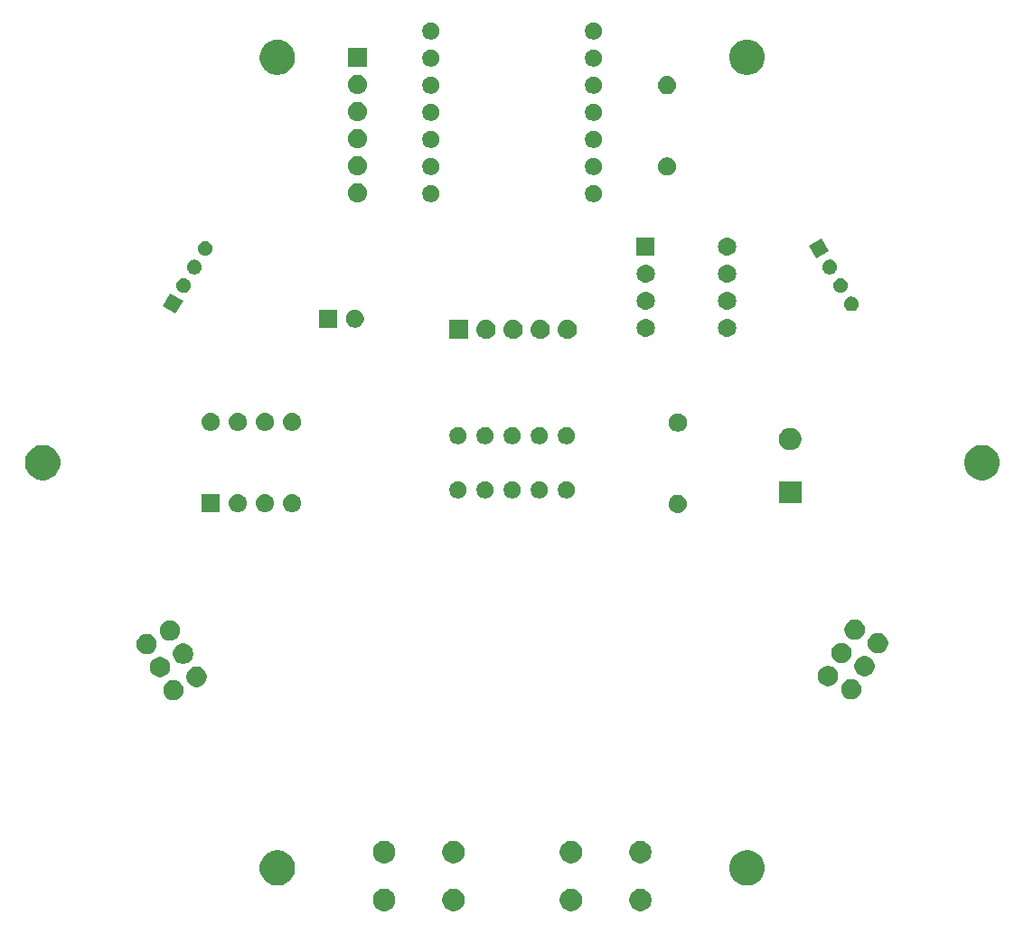
<source format=gts>
G04 #@! TF.GenerationSoftware,KiCad,Pcbnew,(5.0.2)-1*
G04 #@! TF.CreationDate,2023-10-22T23:37:33+09:00*
G04 #@! TF.ProjectId,Fountain,466f756e-7461-4696-9e2e-6b696361645f,rev?*
G04 #@! TF.SameCoordinates,Original*
G04 #@! TF.FileFunction,Soldermask,Top*
G04 #@! TF.FilePolarity,Negative*
%FSLAX46Y46*%
G04 Gerber Fmt 4.6, Leading zero omitted, Abs format (unit mm)*
G04 Created by KiCad (PCBNEW (5.0.2)-1) date 2023/10/22 23:37:33*
%MOMM*%
%LPD*%
G01*
G04 APERTURE LIST*
%ADD10C,0.100000*%
G04 APERTURE END LIST*
D10*
G36*
X142306565Y-144989389D02*
X142497834Y-145068615D01*
X142669976Y-145183637D01*
X142816363Y-145330024D01*
X142931385Y-145502166D01*
X143010611Y-145693435D01*
X143051000Y-145896484D01*
X143051000Y-146103516D01*
X143010611Y-146306565D01*
X142931385Y-146497834D01*
X142816363Y-146669976D01*
X142669976Y-146816363D01*
X142497834Y-146931385D01*
X142306565Y-147010611D01*
X142103516Y-147051000D01*
X141896484Y-147051000D01*
X141693435Y-147010611D01*
X141502166Y-146931385D01*
X141330024Y-146816363D01*
X141183637Y-146669976D01*
X141068615Y-146497834D01*
X140989389Y-146306565D01*
X140949000Y-146103516D01*
X140949000Y-145896484D01*
X140989389Y-145693435D01*
X141068615Y-145502166D01*
X141183637Y-145330024D01*
X141330024Y-145183637D01*
X141502166Y-145068615D01*
X141693435Y-144989389D01*
X141896484Y-144949000D01*
X142103516Y-144949000D01*
X142306565Y-144989389D01*
X142306565Y-144989389D01*
G37*
G36*
X118306565Y-144989389D02*
X118497834Y-145068615D01*
X118669976Y-145183637D01*
X118816363Y-145330024D01*
X118931385Y-145502166D01*
X119010611Y-145693435D01*
X119051000Y-145896484D01*
X119051000Y-146103516D01*
X119010611Y-146306565D01*
X118931385Y-146497834D01*
X118816363Y-146669976D01*
X118669976Y-146816363D01*
X118497834Y-146931385D01*
X118306565Y-147010611D01*
X118103516Y-147051000D01*
X117896484Y-147051000D01*
X117693435Y-147010611D01*
X117502166Y-146931385D01*
X117330024Y-146816363D01*
X117183637Y-146669976D01*
X117068615Y-146497834D01*
X116989389Y-146306565D01*
X116949000Y-146103516D01*
X116949000Y-145896484D01*
X116989389Y-145693435D01*
X117068615Y-145502166D01*
X117183637Y-145330024D01*
X117330024Y-145183637D01*
X117502166Y-145068615D01*
X117693435Y-144989389D01*
X117896484Y-144949000D01*
X118103516Y-144949000D01*
X118306565Y-144989389D01*
X118306565Y-144989389D01*
G37*
G36*
X124806565Y-144989389D02*
X124997834Y-145068615D01*
X125169976Y-145183637D01*
X125316363Y-145330024D01*
X125431385Y-145502166D01*
X125510611Y-145693435D01*
X125551000Y-145896484D01*
X125551000Y-146103516D01*
X125510611Y-146306565D01*
X125431385Y-146497834D01*
X125316363Y-146669976D01*
X125169976Y-146816363D01*
X124997834Y-146931385D01*
X124806565Y-147010611D01*
X124603516Y-147051000D01*
X124396484Y-147051000D01*
X124193435Y-147010611D01*
X124002166Y-146931385D01*
X123830024Y-146816363D01*
X123683637Y-146669976D01*
X123568615Y-146497834D01*
X123489389Y-146306565D01*
X123449000Y-146103516D01*
X123449000Y-145896484D01*
X123489389Y-145693435D01*
X123568615Y-145502166D01*
X123683637Y-145330024D01*
X123830024Y-145183637D01*
X124002166Y-145068615D01*
X124193435Y-144989389D01*
X124396484Y-144949000D01*
X124603516Y-144949000D01*
X124806565Y-144989389D01*
X124806565Y-144989389D01*
G37*
G36*
X135806565Y-144989389D02*
X135997834Y-145068615D01*
X136169976Y-145183637D01*
X136316363Y-145330024D01*
X136431385Y-145502166D01*
X136510611Y-145693435D01*
X136551000Y-145896484D01*
X136551000Y-146103516D01*
X136510611Y-146306565D01*
X136431385Y-146497834D01*
X136316363Y-146669976D01*
X136169976Y-146816363D01*
X135997834Y-146931385D01*
X135806565Y-147010611D01*
X135603516Y-147051000D01*
X135396484Y-147051000D01*
X135193435Y-147010611D01*
X135002166Y-146931385D01*
X134830024Y-146816363D01*
X134683637Y-146669976D01*
X134568615Y-146497834D01*
X134489389Y-146306565D01*
X134449000Y-146103516D01*
X134449000Y-145896484D01*
X134489389Y-145693435D01*
X134568615Y-145502166D01*
X134683637Y-145330024D01*
X134830024Y-145183637D01*
X135002166Y-145068615D01*
X135193435Y-144989389D01*
X135396484Y-144949000D01*
X135603516Y-144949000D01*
X135806565Y-144989389D01*
X135806565Y-144989389D01*
G37*
G36*
X108375256Y-141391298D02*
X108481579Y-141412447D01*
X108782042Y-141536903D01*
X108881732Y-141603514D01*
X109052454Y-141717587D01*
X109282413Y-141947546D01*
X109282415Y-141947549D01*
X109463097Y-142217958D01*
X109584318Y-142510610D01*
X109587553Y-142518422D01*
X109651000Y-142837389D01*
X109651000Y-143162611D01*
X109587553Y-143481578D01*
X109463098Y-143782040D01*
X109282413Y-144052454D01*
X109052454Y-144282413D01*
X109052451Y-144282415D01*
X108782042Y-144463097D01*
X108481579Y-144587553D01*
X108375256Y-144608702D01*
X108162611Y-144651000D01*
X107837389Y-144651000D01*
X107624744Y-144608702D01*
X107518421Y-144587553D01*
X107217958Y-144463097D01*
X106947549Y-144282415D01*
X106947546Y-144282413D01*
X106717587Y-144052454D01*
X106536902Y-143782040D01*
X106412447Y-143481578D01*
X106349000Y-143162611D01*
X106349000Y-142837389D01*
X106412447Y-142518422D01*
X106415683Y-142510610D01*
X106536903Y-142217958D01*
X106717585Y-141947549D01*
X106717587Y-141947546D01*
X106947546Y-141717587D01*
X107118268Y-141603514D01*
X107217958Y-141536903D01*
X107518421Y-141412447D01*
X107624744Y-141391298D01*
X107837389Y-141349000D01*
X108162611Y-141349000D01*
X108375256Y-141391298D01*
X108375256Y-141391298D01*
G37*
G36*
X152375256Y-141391298D02*
X152481579Y-141412447D01*
X152782042Y-141536903D01*
X152881732Y-141603514D01*
X153052454Y-141717587D01*
X153282413Y-141947546D01*
X153282415Y-141947549D01*
X153463097Y-142217958D01*
X153584318Y-142510610D01*
X153587553Y-142518422D01*
X153651000Y-142837389D01*
X153651000Y-143162611D01*
X153587553Y-143481578D01*
X153463098Y-143782040D01*
X153282413Y-144052454D01*
X153052454Y-144282413D01*
X153052451Y-144282415D01*
X152782042Y-144463097D01*
X152481579Y-144587553D01*
X152375256Y-144608702D01*
X152162611Y-144651000D01*
X151837389Y-144651000D01*
X151624744Y-144608702D01*
X151518421Y-144587553D01*
X151217958Y-144463097D01*
X150947549Y-144282415D01*
X150947546Y-144282413D01*
X150717587Y-144052454D01*
X150536902Y-143782040D01*
X150412447Y-143481578D01*
X150349000Y-143162611D01*
X150349000Y-142837389D01*
X150412447Y-142518422D01*
X150415683Y-142510610D01*
X150536903Y-142217958D01*
X150717585Y-141947549D01*
X150717587Y-141947546D01*
X150947546Y-141717587D01*
X151118268Y-141603514D01*
X151217958Y-141536903D01*
X151518421Y-141412447D01*
X151624744Y-141391298D01*
X151837389Y-141349000D01*
X152162611Y-141349000D01*
X152375256Y-141391298D01*
X152375256Y-141391298D01*
G37*
G36*
X118306565Y-140489389D02*
X118497834Y-140568615D01*
X118669976Y-140683637D01*
X118816363Y-140830024D01*
X118931385Y-141002166D01*
X119010611Y-141193435D01*
X119051000Y-141396484D01*
X119051000Y-141603516D01*
X119010611Y-141806565D01*
X118931385Y-141997834D01*
X118816363Y-142169976D01*
X118669976Y-142316363D01*
X118497834Y-142431385D01*
X118306565Y-142510611D01*
X118103516Y-142551000D01*
X117896484Y-142551000D01*
X117693435Y-142510611D01*
X117502166Y-142431385D01*
X117330024Y-142316363D01*
X117183637Y-142169976D01*
X117068615Y-141997834D01*
X116989389Y-141806565D01*
X116949000Y-141603516D01*
X116949000Y-141396484D01*
X116989389Y-141193435D01*
X117068615Y-141002166D01*
X117183637Y-140830024D01*
X117330024Y-140683637D01*
X117502166Y-140568615D01*
X117693435Y-140489389D01*
X117896484Y-140449000D01*
X118103516Y-140449000D01*
X118306565Y-140489389D01*
X118306565Y-140489389D01*
G37*
G36*
X124806565Y-140489389D02*
X124997834Y-140568615D01*
X125169976Y-140683637D01*
X125316363Y-140830024D01*
X125431385Y-141002166D01*
X125510611Y-141193435D01*
X125551000Y-141396484D01*
X125551000Y-141603516D01*
X125510611Y-141806565D01*
X125431385Y-141997834D01*
X125316363Y-142169976D01*
X125169976Y-142316363D01*
X124997834Y-142431385D01*
X124806565Y-142510611D01*
X124603516Y-142551000D01*
X124396484Y-142551000D01*
X124193435Y-142510611D01*
X124002166Y-142431385D01*
X123830024Y-142316363D01*
X123683637Y-142169976D01*
X123568615Y-141997834D01*
X123489389Y-141806565D01*
X123449000Y-141603516D01*
X123449000Y-141396484D01*
X123489389Y-141193435D01*
X123568615Y-141002166D01*
X123683637Y-140830024D01*
X123830024Y-140683637D01*
X124002166Y-140568615D01*
X124193435Y-140489389D01*
X124396484Y-140449000D01*
X124603516Y-140449000D01*
X124806565Y-140489389D01*
X124806565Y-140489389D01*
G37*
G36*
X142306565Y-140489389D02*
X142497834Y-140568615D01*
X142669976Y-140683637D01*
X142816363Y-140830024D01*
X142931385Y-141002166D01*
X143010611Y-141193435D01*
X143051000Y-141396484D01*
X143051000Y-141603516D01*
X143010611Y-141806565D01*
X142931385Y-141997834D01*
X142816363Y-142169976D01*
X142669976Y-142316363D01*
X142497834Y-142431385D01*
X142306565Y-142510611D01*
X142103516Y-142551000D01*
X141896484Y-142551000D01*
X141693435Y-142510611D01*
X141502166Y-142431385D01*
X141330024Y-142316363D01*
X141183637Y-142169976D01*
X141068615Y-141997834D01*
X140989389Y-141806565D01*
X140949000Y-141603516D01*
X140949000Y-141396484D01*
X140989389Y-141193435D01*
X141068615Y-141002166D01*
X141183637Y-140830024D01*
X141330024Y-140683637D01*
X141502166Y-140568615D01*
X141693435Y-140489389D01*
X141896484Y-140449000D01*
X142103516Y-140449000D01*
X142306565Y-140489389D01*
X142306565Y-140489389D01*
G37*
G36*
X135806565Y-140489389D02*
X135997834Y-140568615D01*
X136169976Y-140683637D01*
X136316363Y-140830024D01*
X136431385Y-141002166D01*
X136510611Y-141193435D01*
X136551000Y-141396484D01*
X136551000Y-141603516D01*
X136510611Y-141806565D01*
X136431385Y-141997834D01*
X136316363Y-142169976D01*
X136169976Y-142316363D01*
X135997834Y-142431385D01*
X135806565Y-142510611D01*
X135603516Y-142551000D01*
X135396484Y-142551000D01*
X135193435Y-142510611D01*
X135002166Y-142431385D01*
X134830024Y-142316363D01*
X134683637Y-142169976D01*
X134568615Y-141997834D01*
X134489389Y-141806565D01*
X134449000Y-141603516D01*
X134449000Y-141396484D01*
X134489389Y-141193435D01*
X134568615Y-141002166D01*
X134683637Y-140830024D01*
X134830024Y-140683637D01*
X135002166Y-140568615D01*
X135193435Y-140489389D01*
X135396484Y-140449000D01*
X135603516Y-140449000D01*
X135806565Y-140489389D01*
X135806565Y-140489389D01*
G37*
G36*
X98527396Y-125415673D02*
X98700466Y-125487361D01*
X98856230Y-125591439D01*
X98988688Y-125723897D01*
X99092766Y-125879661D01*
X99164454Y-126052731D01*
X99201000Y-126236460D01*
X99201000Y-126423794D01*
X99164454Y-126607523D01*
X99092766Y-126780593D01*
X98988688Y-126936357D01*
X98856230Y-127068815D01*
X98700466Y-127172893D01*
X98527396Y-127244581D01*
X98343667Y-127281127D01*
X98156333Y-127281127D01*
X97972604Y-127244581D01*
X97799534Y-127172893D01*
X97643770Y-127068815D01*
X97511312Y-126936357D01*
X97407234Y-126780593D01*
X97335546Y-126607523D01*
X97299000Y-126423794D01*
X97299000Y-126236460D01*
X97335546Y-126052731D01*
X97407234Y-125879661D01*
X97511312Y-125723897D01*
X97643770Y-125591439D01*
X97799534Y-125487361D01*
X97972604Y-125415673D01*
X98156333Y-125379127D01*
X98343667Y-125379127D01*
X98527396Y-125415673D01*
X98527396Y-125415673D01*
G37*
G36*
X162027396Y-125335546D02*
X162200466Y-125407234D01*
X162356230Y-125511312D01*
X162488688Y-125643770D01*
X162592766Y-125799534D01*
X162664454Y-125972604D01*
X162701000Y-126156333D01*
X162701000Y-126343667D01*
X162664454Y-126527396D01*
X162592766Y-126700466D01*
X162488688Y-126856230D01*
X162356230Y-126988688D01*
X162200466Y-127092766D01*
X162027396Y-127164454D01*
X161843667Y-127201000D01*
X161656333Y-127201000D01*
X161472604Y-127164454D01*
X161299534Y-127092766D01*
X161143770Y-126988688D01*
X161011312Y-126856230D01*
X160907234Y-126700466D01*
X160835546Y-126527396D01*
X160799000Y-126343667D01*
X160799000Y-126156333D01*
X160835546Y-125972604D01*
X160907234Y-125799534D01*
X161011312Y-125643770D01*
X161143770Y-125511312D01*
X161299534Y-125407234D01*
X161472604Y-125335546D01*
X161656333Y-125299000D01*
X161843667Y-125299000D01*
X162027396Y-125335546D01*
X162027396Y-125335546D01*
G37*
G36*
X100692460Y-124165673D02*
X100865530Y-124237361D01*
X101021294Y-124341439D01*
X101153752Y-124473897D01*
X101257830Y-124629661D01*
X101329518Y-124802731D01*
X101366064Y-124986460D01*
X101366064Y-125173794D01*
X101329518Y-125357523D01*
X101257830Y-125530593D01*
X101153752Y-125686357D01*
X101021294Y-125818815D01*
X100865530Y-125922893D01*
X100692460Y-125994581D01*
X100508731Y-126031127D01*
X100321397Y-126031127D01*
X100137668Y-125994581D01*
X99964598Y-125922893D01*
X99808834Y-125818815D01*
X99676376Y-125686357D01*
X99572298Y-125530593D01*
X99500610Y-125357523D01*
X99464064Y-125173794D01*
X99464064Y-124986460D01*
X99500610Y-124802731D01*
X99572298Y-124629661D01*
X99676376Y-124473897D01*
X99808834Y-124341439D01*
X99964598Y-124237361D01*
X100137668Y-124165673D01*
X100321397Y-124129127D01*
X100508731Y-124129127D01*
X100692460Y-124165673D01*
X100692460Y-124165673D01*
G37*
G36*
X159862332Y-124085546D02*
X160035402Y-124157234D01*
X160191166Y-124261312D01*
X160323624Y-124393770D01*
X160427702Y-124549534D01*
X160499390Y-124722604D01*
X160535936Y-124906333D01*
X160535936Y-125093667D01*
X160499390Y-125277396D01*
X160427702Y-125450466D01*
X160323624Y-125606230D01*
X160191166Y-125738688D01*
X160035402Y-125842766D01*
X159862332Y-125914454D01*
X159678603Y-125951000D01*
X159491269Y-125951000D01*
X159307540Y-125914454D01*
X159134470Y-125842766D01*
X158978706Y-125738688D01*
X158846248Y-125606230D01*
X158742170Y-125450466D01*
X158670482Y-125277396D01*
X158633936Y-125093667D01*
X158633936Y-124906333D01*
X158670482Y-124722604D01*
X158742170Y-124549534D01*
X158846248Y-124393770D01*
X158978706Y-124261312D01*
X159134470Y-124157234D01*
X159307540Y-124085546D01*
X159491269Y-124049000D01*
X159678603Y-124049000D01*
X159862332Y-124085546D01*
X159862332Y-124085546D01*
G37*
G36*
X97277396Y-123250610D02*
X97450466Y-123322298D01*
X97606230Y-123426376D01*
X97738688Y-123558834D01*
X97842766Y-123714598D01*
X97914454Y-123887668D01*
X97951000Y-124071397D01*
X97951000Y-124258731D01*
X97914454Y-124442460D01*
X97842766Y-124615530D01*
X97738688Y-124771294D01*
X97606230Y-124903752D01*
X97450466Y-125007830D01*
X97277396Y-125079518D01*
X97093667Y-125116064D01*
X96906333Y-125116064D01*
X96722604Y-125079518D01*
X96549534Y-125007830D01*
X96393770Y-124903752D01*
X96261312Y-124771294D01*
X96157234Y-124615530D01*
X96085546Y-124442460D01*
X96049000Y-124258731D01*
X96049000Y-124071397D01*
X96085546Y-123887668D01*
X96157234Y-123714598D01*
X96261312Y-123558834D01*
X96393770Y-123426376D01*
X96549534Y-123322298D01*
X96722604Y-123250610D01*
X96906333Y-123214064D01*
X97093667Y-123214064D01*
X97277396Y-123250610D01*
X97277396Y-123250610D01*
G37*
G36*
X163277396Y-123170482D02*
X163450466Y-123242170D01*
X163606230Y-123346248D01*
X163738688Y-123478706D01*
X163842766Y-123634470D01*
X163914454Y-123807540D01*
X163951000Y-123991269D01*
X163951000Y-124178603D01*
X163914454Y-124362332D01*
X163842766Y-124535402D01*
X163738688Y-124691166D01*
X163606230Y-124823624D01*
X163450466Y-124927702D01*
X163277396Y-124999390D01*
X163093667Y-125035936D01*
X162906333Y-125035936D01*
X162722604Y-124999390D01*
X162549534Y-124927702D01*
X162393770Y-124823624D01*
X162261312Y-124691166D01*
X162157234Y-124535402D01*
X162085546Y-124362332D01*
X162049000Y-124178603D01*
X162049000Y-123991269D01*
X162085546Y-123807540D01*
X162157234Y-123634470D01*
X162261312Y-123478706D01*
X162393770Y-123346248D01*
X162549534Y-123242170D01*
X162722604Y-123170482D01*
X162906333Y-123133936D01*
X163093667Y-123133936D01*
X163277396Y-123170482D01*
X163277396Y-123170482D01*
G37*
G36*
X99442460Y-122000610D02*
X99615530Y-122072298D01*
X99771294Y-122176376D01*
X99903752Y-122308834D01*
X100007830Y-122464598D01*
X100079518Y-122637668D01*
X100116064Y-122821397D01*
X100116064Y-123008731D01*
X100079518Y-123192460D01*
X100007830Y-123365530D01*
X99903752Y-123521294D01*
X99771294Y-123653752D01*
X99615530Y-123757830D01*
X99442460Y-123829518D01*
X99258731Y-123866064D01*
X99071397Y-123866064D01*
X98887668Y-123829518D01*
X98714598Y-123757830D01*
X98558834Y-123653752D01*
X98426376Y-123521294D01*
X98322298Y-123365530D01*
X98250610Y-123192460D01*
X98214064Y-123008731D01*
X98214064Y-122821397D01*
X98250610Y-122637668D01*
X98322298Y-122464598D01*
X98426376Y-122308834D01*
X98558834Y-122176376D01*
X98714598Y-122072298D01*
X98887668Y-122000610D01*
X99071397Y-121964064D01*
X99258731Y-121964064D01*
X99442460Y-122000610D01*
X99442460Y-122000610D01*
G37*
G36*
X161112332Y-121920482D02*
X161285402Y-121992170D01*
X161441166Y-122096248D01*
X161573624Y-122228706D01*
X161677702Y-122384470D01*
X161749390Y-122557540D01*
X161785936Y-122741269D01*
X161785936Y-122928603D01*
X161749390Y-123112332D01*
X161677702Y-123285402D01*
X161573624Y-123441166D01*
X161441166Y-123573624D01*
X161285402Y-123677702D01*
X161112332Y-123749390D01*
X160928603Y-123785936D01*
X160741269Y-123785936D01*
X160557540Y-123749390D01*
X160384470Y-123677702D01*
X160228706Y-123573624D01*
X160096248Y-123441166D01*
X159992170Y-123285402D01*
X159920482Y-123112332D01*
X159883936Y-122928603D01*
X159883936Y-122741269D01*
X159920482Y-122557540D01*
X159992170Y-122384470D01*
X160096248Y-122228706D01*
X160228706Y-122096248D01*
X160384470Y-121992170D01*
X160557540Y-121920482D01*
X160741269Y-121883936D01*
X160928603Y-121883936D01*
X161112332Y-121920482D01*
X161112332Y-121920482D01*
G37*
G36*
X96027396Y-121085546D02*
X96200466Y-121157234D01*
X96356230Y-121261312D01*
X96488688Y-121393770D01*
X96592766Y-121549534D01*
X96664454Y-121722604D01*
X96701000Y-121906333D01*
X96701000Y-122093667D01*
X96664454Y-122277396D01*
X96592766Y-122450466D01*
X96488688Y-122606230D01*
X96356230Y-122738688D01*
X96200466Y-122842766D01*
X96027396Y-122914454D01*
X95843667Y-122951000D01*
X95656333Y-122951000D01*
X95472604Y-122914454D01*
X95299534Y-122842766D01*
X95143770Y-122738688D01*
X95011312Y-122606230D01*
X94907234Y-122450466D01*
X94835546Y-122277396D01*
X94799000Y-122093667D01*
X94799000Y-121906333D01*
X94835546Y-121722604D01*
X94907234Y-121549534D01*
X95011312Y-121393770D01*
X95143770Y-121261312D01*
X95299534Y-121157234D01*
X95472604Y-121085546D01*
X95656333Y-121049000D01*
X95843667Y-121049000D01*
X96027396Y-121085546D01*
X96027396Y-121085546D01*
G37*
G36*
X164527396Y-121005419D02*
X164700466Y-121077107D01*
X164856230Y-121181185D01*
X164988688Y-121313643D01*
X165092766Y-121469407D01*
X165164454Y-121642477D01*
X165201000Y-121826206D01*
X165201000Y-122013540D01*
X165164454Y-122197269D01*
X165092766Y-122370339D01*
X164988688Y-122526103D01*
X164856230Y-122658561D01*
X164700466Y-122762639D01*
X164527396Y-122834327D01*
X164343667Y-122870873D01*
X164156333Y-122870873D01*
X163972604Y-122834327D01*
X163799534Y-122762639D01*
X163643770Y-122658561D01*
X163511312Y-122526103D01*
X163407234Y-122370339D01*
X163335546Y-122197269D01*
X163299000Y-122013540D01*
X163299000Y-121826206D01*
X163335546Y-121642477D01*
X163407234Y-121469407D01*
X163511312Y-121313643D01*
X163643770Y-121181185D01*
X163799534Y-121077107D01*
X163972604Y-121005419D01*
X164156333Y-120968873D01*
X164343667Y-120968873D01*
X164527396Y-121005419D01*
X164527396Y-121005419D01*
G37*
G36*
X98192460Y-119835546D02*
X98365530Y-119907234D01*
X98521294Y-120011312D01*
X98653752Y-120143770D01*
X98757830Y-120299534D01*
X98829518Y-120472604D01*
X98866064Y-120656333D01*
X98866064Y-120843667D01*
X98829518Y-121027396D01*
X98757830Y-121200466D01*
X98653752Y-121356230D01*
X98521294Y-121488688D01*
X98365530Y-121592766D01*
X98192460Y-121664454D01*
X98008731Y-121701000D01*
X97821397Y-121701000D01*
X97637668Y-121664454D01*
X97464598Y-121592766D01*
X97308834Y-121488688D01*
X97176376Y-121356230D01*
X97072298Y-121200466D01*
X97000610Y-121027396D01*
X96964064Y-120843667D01*
X96964064Y-120656333D01*
X97000610Y-120472604D01*
X97072298Y-120299534D01*
X97176376Y-120143770D01*
X97308834Y-120011312D01*
X97464598Y-119907234D01*
X97637668Y-119835546D01*
X97821397Y-119799000D01*
X98008731Y-119799000D01*
X98192460Y-119835546D01*
X98192460Y-119835546D01*
G37*
G36*
X162362332Y-119755419D02*
X162535402Y-119827107D01*
X162691166Y-119931185D01*
X162823624Y-120063643D01*
X162927702Y-120219407D01*
X162999390Y-120392477D01*
X163035936Y-120576206D01*
X163035936Y-120763540D01*
X162999390Y-120947269D01*
X162927702Y-121120339D01*
X162823624Y-121276103D01*
X162691166Y-121408561D01*
X162535402Y-121512639D01*
X162362332Y-121584327D01*
X162178603Y-121620873D01*
X161991269Y-121620873D01*
X161807540Y-121584327D01*
X161634470Y-121512639D01*
X161478706Y-121408561D01*
X161346248Y-121276103D01*
X161242170Y-121120339D01*
X161170482Y-120947269D01*
X161133936Y-120763540D01*
X161133936Y-120576206D01*
X161170482Y-120392477D01*
X161242170Y-120219407D01*
X161346248Y-120063643D01*
X161478706Y-119931185D01*
X161634470Y-119827107D01*
X161807540Y-119755419D01*
X161991269Y-119718873D01*
X162178603Y-119718873D01*
X162362332Y-119755419D01*
X162362332Y-119755419D01*
G37*
G36*
X145666821Y-108031313D02*
X145666824Y-108031314D01*
X145666825Y-108031314D01*
X145827239Y-108079975D01*
X145827241Y-108079976D01*
X145827244Y-108079977D01*
X145975078Y-108158995D01*
X146104659Y-108265341D01*
X146211005Y-108394922D01*
X146290023Y-108542756D01*
X146338687Y-108703179D01*
X146355117Y-108870000D01*
X146338687Y-109036821D01*
X146338686Y-109036824D01*
X146338686Y-109036825D01*
X146308226Y-109137239D01*
X146290023Y-109197244D01*
X146211005Y-109345078D01*
X146104659Y-109474659D01*
X145975078Y-109581005D01*
X145827244Y-109660023D01*
X145827241Y-109660024D01*
X145827239Y-109660025D01*
X145666825Y-109708686D01*
X145666824Y-109708686D01*
X145666821Y-109708687D01*
X145541804Y-109721000D01*
X145458196Y-109721000D01*
X145333179Y-109708687D01*
X145333176Y-109708686D01*
X145333175Y-109708686D01*
X145172761Y-109660025D01*
X145172759Y-109660024D01*
X145172756Y-109660023D01*
X145024922Y-109581005D01*
X144895341Y-109474659D01*
X144788995Y-109345078D01*
X144709977Y-109197244D01*
X144691775Y-109137239D01*
X144661314Y-109036825D01*
X144661314Y-109036824D01*
X144661313Y-109036821D01*
X144644883Y-108870000D01*
X144661313Y-108703179D01*
X144709977Y-108542756D01*
X144788995Y-108394922D01*
X144895341Y-108265341D01*
X145024922Y-108158995D01*
X145172756Y-108079977D01*
X145172759Y-108079976D01*
X145172761Y-108079975D01*
X145333175Y-108031314D01*
X145333176Y-108031314D01*
X145333179Y-108031313D01*
X145458196Y-108019000D01*
X145541804Y-108019000D01*
X145666821Y-108031313D01*
X145666821Y-108031313D01*
G37*
G36*
X106996821Y-107971313D02*
X106996824Y-107971314D01*
X106996825Y-107971314D01*
X107157239Y-108019975D01*
X107157241Y-108019976D01*
X107157244Y-108019977D01*
X107305078Y-108098995D01*
X107434659Y-108205341D01*
X107541005Y-108334922D01*
X107620023Y-108482756D01*
X107620024Y-108482759D01*
X107620025Y-108482761D01*
X107668686Y-108643175D01*
X107668687Y-108643179D01*
X107685117Y-108810000D01*
X107668687Y-108976821D01*
X107620023Y-109137244D01*
X107541005Y-109285078D01*
X107434659Y-109414659D01*
X107305078Y-109521005D01*
X107157244Y-109600023D01*
X107157241Y-109600024D01*
X107157239Y-109600025D01*
X106996825Y-109648686D01*
X106996824Y-109648686D01*
X106996821Y-109648687D01*
X106871804Y-109661000D01*
X106788196Y-109661000D01*
X106663179Y-109648687D01*
X106663176Y-109648686D01*
X106663175Y-109648686D01*
X106502761Y-109600025D01*
X106502759Y-109600024D01*
X106502756Y-109600023D01*
X106354922Y-109521005D01*
X106225341Y-109414659D01*
X106118995Y-109285078D01*
X106039977Y-109137244D01*
X105991313Y-108976821D01*
X105974883Y-108810000D01*
X105991313Y-108643179D01*
X105991314Y-108643175D01*
X106039975Y-108482761D01*
X106039976Y-108482759D01*
X106039977Y-108482756D01*
X106118995Y-108334922D01*
X106225341Y-108205341D01*
X106354922Y-108098995D01*
X106502756Y-108019977D01*
X106502759Y-108019976D01*
X106502761Y-108019975D01*
X106663175Y-107971314D01*
X106663176Y-107971314D01*
X106663179Y-107971313D01*
X106788196Y-107959000D01*
X106871804Y-107959000D01*
X106996821Y-107971313D01*
X106996821Y-107971313D01*
G37*
G36*
X102601000Y-109661000D02*
X100899000Y-109661000D01*
X100899000Y-107959000D01*
X102601000Y-107959000D01*
X102601000Y-109661000D01*
X102601000Y-109661000D01*
G37*
G36*
X104456821Y-107971313D02*
X104456824Y-107971314D01*
X104456825Y-107971314D01*
X104617239Y-108019975D01*
X104617241Y-108019976D01*
X104617244Y-108019977D01*
X104765078Y-108098995D01*
X104894659Y-108205341D01*
X105001005Y-108334922D01*
X105080023Y-108482756D01*
X105080024Y-108482759D01*
X105080025Y-108482761D01*
X105128686Y-108643175D01*
X105128687Y-108643179D01*
X105145117Y-108810000D01*
X105128687Y-108976821D01*
X105080023Y-109137244D01*
X105001005Y-109285078D01*
X104894659Y-109414659D01*
X104765078Y-109521005D01*
X104617244Y-109600023D01*
X104617241Y-109600024D01*
X104617239Y-109600025D01*
X104456825Y-109648686D01*
X104456824Y-109648686D01*
X104456821Y-109648687D01*
X104331804Y-109661000D01*
X104248196Y-109661000D01*
X104123179Y-109648687D01*
X104123176Y-109648686D01*
X104123175Y-109648686D01*
X103962761Y-109600025D01*
X103962759Y-109600024D01*
X103962756Y-109600023D01*
X103814922Y-109521005D01*
X103685341Y-109414659D01*
X103578995Y-109285078D01*
X103499977Y-109137244D01*
X103451313Y-108976821D01*
X103434883Y-108810000D01*
X103451313Y-108643179D01*
X103451314Y-108643175D01*
X103499975Y-108482761D01*
X103499976Y-108482759D01*
X103499977Y-108482756D01*
X103578995Y-108334922D01*
X103685341Y-108205341D01*
X103814922Y-108098995D01*
X103962756Y-108019977D01*
X103962759Y-108019976D01*
X103962761Y-108019975D01*
X104123175Y-107971314D01*
X104123176Y-107971314D01*
X104123179Y-107971313D01*
X104248196Y-107959000D01*
X104331804Y-107959000D01*
X104456821Y-107971313D01*
X104456821Y-107971313D01*
G37*
G36*
X109536821Y-107971313D02*
X109536824Y-107971314D01*
X109536825Y-107971314D01*
X109697239Y-108019975D01*
X109697241Y-108019976D01*
X109697244Y-108019977D01*
X109845078Y-108098995D01*
X109974659Y-108205341D01*
X110081005Y-108334922D01*
X110160023Y-108482756D01*
X110160024Y-108482759D01*
X110160025Y-108482761D01*
X110208686Y-108643175D01*
X110208687Y-108643179D01*
X110225117Y-108810000D01*
X110208687Y-108976821D01*
X110160023Y-109137244D01*
X110081005Y-109285078D01*
X109974659Y-109414659D01*
X109845078Y-109521005D01*
X109697244Y-109600023D01*
X109697241Y-109600024D01*
X109697239Y-109600025D01*
X109536825Y-109648686D01*
X109536824Y-109648686D01*
X109536821Y-109648687D01*
X109411804Y-109661000D01*
X109328196Y-109661000D01*
X109203179Y-109648687D01*
X109203176Y-109648686D01*
X109203175Y-109648686D01*
X109042761Y-109600025D01*
X109042759Y-109600024D01*
X109042756Y-109600023D01*
X108894922Y-109521005D01*
X108765341Y-109414659D01*
X108658995Y-109285078D01*
X108579977Y-109137244D01*
X108531313Y-108976821D01*
X108514883Y-108810000D01*
X108531313Y-108643179D01*
X108531314Y-108643175D01*
X108579975Y-108482761D01*
X108579976Y-108482759D01*
X108579977Y-108482756D01*
X108658995Y-108334922D01*
X108765341Y-108205341D01*
X108894922Y-108098995D01*
X109042756Y-108019977D01*
X109042759Y-108019976D01*
X109042761Y-108019975D01*
X109203175Y-107971314D01*
X109203176Y-107971314D01*
X109203179Y-107971313D01*
X109328196Y-107959000D01*
X109411804Y-107959000D01*
X109536821Y-107971313D01*
X109536821Y-107971313D01*
G37*
G36*
X157091000Y-108841000D02*
X154989000Y-108841000D01*
X154989000Y-106739000D01*
X157091000Y-106739000D01*
X157091000Y-108841000D01*
X157091000Y-108841000D01*
G37*
G36*
X127697142Y-106758242D02*
X127845102Y-106819530D01*
X127978258Y-106908502D01*
X128091498Y-107021742D01*
X128180470Y-107154898D01*
X128241758Y-107302858D01*
X128273000Y-107459925D01*
X128273000Y-107620075D01*
X128241758Y-107777142D01*
X128194354Y-107891583D01*
X128180471Y-107925100D01*
X128109502Y-108031314D01*
X128091498Y-108058258D01*
X127978258Y-108171498D01*
X127845102Y-108260470D01*
X127697142Y-108321758D01*
X127540075Y-108353000D01*
X127379925Y-108353000D01*
X127222858Y-108321758D01*
X127074898Y-108260470D01*
X126941742Y-108171498D01*
X126828502Y-108058258D01*
X126810499Y-108031314D01*
X126739529Y-107925100D01*
X126725646Y-107891583D01*
X126678242Y-107777142D01*
X126647000Y-107620075D01*
X126647000Y-107459925D01*
X126678242Y-107302858D01*
X126739530Y-107154898D01*
X126828502Y-107021742D01*
X126941742Y-106908502D01*
X127074898Y-106819530D01*
X127222858Y-106758242D01*
X127379925Y-106727000D01*
X127540075Y-106727000D01*
X127697142Y-106758242D01*
X127697142Y-106758242D01*
G37*
G36*
X125157142Y-106758242D02*
X125305102Y-106819530D01*
X125438258Y-106908502D01*
X125551498Y-107021742D01*
X125640470Y-107154898D01*
X125701758Y-107302858D01*
X125733000Y-107459925D01*
X125733000Y-107620075D01*
X125701758Y-107777142D01*
X125654354Y-107891583D01*
X125640471Y-107925100D01*
X125569502Y-108031314D01*
X125551498Y-108058258D01*
X125438258Y-108171498D01*
X125305102Y-108260470D01*
X125157142Y-108321758D01*
X125000075Y-108353000D01*
X124839925Y-108353000D01*
X124682858Y-108321758D01*
X124534898Y-108260470D01*
X124401742Y-108171498D01*
X124288502Y-108058258D01*
X124270499Y-108031314D01*
X124199529Y-107925100D01*
X124185646Y-107891583D01*
X124138242Y-107777142D01*
X124107000Y-107620075D01*
X124107000Y-107459925D01*
X124138242Y-107302858D01*
X124199530Y-107154898D01*
X124288502Y-107021742D01*
X124401742Y-106908502D01*
X124534898Y-106819530D01*
X124682858Y-106758242D01*
X124839925Y-106727000D01*
X125000075Y-106727000D01*
X125157142Y-106758242D01*
X125157142Y-106758242D01*
G37*
G36*
X130237142Y-106758242D02*
X130385102Y-106819530D01*
X130518258Y-106908502D01*
X130631498Y-107021742D01*
X130720470Y-107154898D01*
X130781758Y-107302858D01*
X130813000Y-107459925D01*
X130813000Y-107620075D01*
X130781758Y-107777142D01*
X130734354Y-107891583D01*
X130720471Y-107925100D01*
X130649502Y-108031314D01*
X130631498Y-108058258D01*
X130518258Y-108171498D01*
X130385102Y-108260470D01*
X130237142Y-108321758D01*
X130080075Y-108353000D01*
X129919925Y-108353000D01*
X129762858Y-108321758D01*
X129614898Y-108260470D01*
X129481742Y-108171498D01*
X129368502Y-108058258D01*
X129350499Y-108031314D01*
X129279529Y-107925100D01*
X129265646Y-107891583D01*
X129218242Y-107777142D01*
X129187000Y-107620075D01*
X129187000Y-107459925D01*
X129218242Y-107302858D01*
X129279530Y-107154898D01*
X129368502Y-107021742D01*
X129481742Y-106908502D01*
X129614898Y-106819530D01*
X129762858Y-106758242D01*
X129919925Y-106727000D01*
X130080075Y-106727000D01*
X130237142Y-106758242D01*
X130237142Y-106758242D01*
G37*
G36*
X132777142Y-106758242D02*
X132925102Y-106819530D01*
X133058258Y-106908502D01*
X133171498Y-107021742D01*
X133260470Y-107154898D01*
X133321758Y-107302858D01*
X133353000Y-107459925D01*
X133353000Y-107620075D01*
X133321758Y-107777142D01*
X133274354Y-107891583D01*
X133260471Y-107925100D01*
X133189502Y-108031314D01*
X133171498Y-108058258D01*
X133058258Y-108171498D01*
X132925102Y-108260470D01*
X132777142Y-108321758D01*
X132620075Y-108353000D01*
X132459925Y-108353000D01*
X132302858Y-108321758D01*
X132154898Y-108260470D01*
X132021742Y-108171498D01*
X131908502Y-108058258D01*
X131890499Y-108031314D01*
X131819529Y-107925100D01*
X131805646Y-107891583D01*
X131758242Y-107777142D01*
X131727000Y-107620075D01*
X131727000Y-107459925D01*
X131758242Y-107302858D01*
X131819530Y-107154898D01*
X131908502Y-107021742D01*
X132021742Y-106908502D01*
X132154898Y-106819530D01*
X132302858Y-106758242D01*
X132459925Y-106727000D01*
X132620075Y-106727000D01*
X132777142Y-106758242D01*
X132777142Y-106758242D01*
G37*
G36*
X135317142Y-106758242D02*
X135465102Y-106819530D01*
X135598258Y-106908502D01*
X135711498Y-107021742D01*
X135800470Y-107154898D01*
X135861758Y-107302858D01*
X135893000Y-107459925D01*
X135893000Y-107620075D01*
X135861758Y-107777142D01*
X135814354Y-107891583D01*
X135800471Y-107925100D01*
X135729502Y-108031314D01*
X135711498Y-108058258D01*
X135598258Y-108171498D01*
X135465102Y-108260470D01*
X135317142Y-108321758D01*
X135160075Y-108353000D01*
X134999925Y-108353000D01*
X134842858Y-108321758D01*
X134694898Y-108260470D01*
X134561742Y-108171498D01*
X134448502Y-108058258D01*
X134430499Y-108031314D01*
X134359529Y-107925100D01*
X134345646Y-107891583D01*
X134298242Y-107777142D01*
X134267000Y-107620075D01*
X134267000Y-107459925D01*
X134298242Y-107302858D01*
X134359530Y-107154898D01*
X134448502Y-107021742D01*
X134561742Y-106908502D01*
X134694898Y-106819530D01*
X134842858Y-106758242D01*
X134999925Y-106727000D01*
X135160075Y-106727000D01*
X135317142Y-106758242D01*
X135317142Y-106758242D01*
G37*
G36*
X86375256Y-103391298D02*
X86481579Y-103412447D01*
X86782042Y-103536903D01*
X86885996Y-103606363D01*
X87052454Y-103717587D01*
X87282413Y-103947546D01*
X87463098Y-104217960D01*
X87587553Y-104518422D01*
X87651000Y-104837389D01*
X87651000Y-105162611D01*
X87587553Y-105481578D01*
X87463098Y-105782040D01*
X87282413Y-106052454D01*
X87052454Y-106282413D01*
X87052451Y-106282415D01*
X86782042Y-106463097D01*
X86481579Y-106587553D01*
X86375256Y-106608702D01*
X86162611Y-106651000D01*
X85837389Y-106651000D01*
X85624744Y-106608702D01*
X85518421Y-106587553D01*
X85217958Y-106463097D01*
X84947549Y-106282415D01*
X84947546Y-106282413D01*
X84717587Y-106052454D01*
X84536902Y-105782040D01*
X84412447Y-105481578D01*
X84349000Y-105162611D01*
X84349000Y-104837389D01*
X84412447Y-104518422D01*
X84536902Y-104217960D01*
X84717587Y-103947546D01*
X84947546Y-103717587D01*
X85114004Y-103606363D01*
X85217958Y-103536903D01*
X85518421Y-103412447D01*
X85624744Y-103391298D01*
X85837389Y-103349000D01*
X86162611Y-103349000D01*
X86375256Y-103391298D01*
X86375256Y-103391298D01*
G37*
G36*
X174375256Y-103391298D02*
X174481579Y-103412447D01*
X174782042Y-103536903D01*
X174885996Y-103606363D01*
X175052454Y-103717587D01*
X175282413Y-103947546D01*
X175463098Y-104217960D01*
X175587553Y-104518422D01*
X175651000Y-104837389D01*
X175651000Y-105162611D01*
X175587553Y-105481578D01*
X175463098Y-105782040D01*
X175282413Y-106052454D01*
X175052454Y-106282413D01*
X175052451Y-106282415D01*
X174782042Y-106463097D01*
X174481579Y-106587553D01*
X174375256Y-106608702D01*
X174162611Y-106651000D01*
X173837389Y-106651000D01*
X173624744Y-106608702D01*
X173518421Y-106587553D01*
X173217958Y-106463097D01*
X172947549Y-106282415D01*
X172947546Y-106282413D01*
X172717587Y-106052454D01*
X172536902Y-105782040D01*
X172412447Y-105481578D01*
X172349000Y-105162611D01*
X172349000Y-104837389D01*
X172412447Y-104518422D01*
X172536902Y-104217960D01*
X172717587Y-103947546D01*
X172947546Y-103717587D01*
X173114004Y-103606363D01*
X173217958Y-103536903D01*
X173518421Y-103412447D01*
X173624744Y-103391298D01*
X173837389Y-103349000D01*
X174162611Y-103349000D01*
X174375256Y-103391298D01*
X174375256Y-103391298D01*
G37*
G36*
X156346565Y-101779389D02*
X156537834Y-101858615D01*
X156709976Y-101973637D01*
X156856363Y-102120024D01*
X156971385Y-102292166D01*
X157050611Y-102483435D01*
X157091000Y-102686484D01*
X157091000Y-102893516D01*
X157050611Y-103096565D01*
X156971385Y-103287834D01*
X156856363Y-103459976D01*
X156709976Y-103606363D01*
X156537834Y-103721385D01*
X156346565Y-103800611D01*
X156143516Y-103841000D01*
X155936484Y-103841000D01*
X155733435Y-103800611D01*
X155542166Y-103721385D01*
X155370024Y-103606363D01*
X155223637Y-103459976D01*
X155108615Y-103287834D01*
X155029389Y-103096565D01*
X154989000Y-102893516D01*
X154989000Y-102686484D01*
X155029389Y-102483435D01*
X155108615Y-102292166D01*
X155223637Y-102120024D01*
X155370024Y-101973637D01*
X155542166Y-101858615D01*
X155733435Y-101779389D01*
X155936484Y-101739000D01*
X156143516Y-101739000D01*
X156346565Y-101779389D01*
X156346565Y-101779389D01*
G37*
G36*
X127697142Y-101678242D02*
X127811583Y-101725646D01*
X127843823Y-101739000D01*
X127845102Y-101739530D01*
X127978258Y-101828502D01*
X128091498Y-101941742D01*
X128180470Y-102074898D01*
X128241758Y-102222858D01*
X128273000Y-102379925D01*
X128273000Y-102540075D01*
X128241758Y-102697142D01*
X128180470Y-102845102D01*
X128091498Y-102978258D01*
X127978258Y-103091498D01*
X127845102Y-103180470D01*
X127697142Y-103241758D01*
X127540075Y-103273000D01*
X127379925Y-103273000D01*
X127222858Y-103241758D01*
X127074898Y-103180470D01*
X126941742Y-103091498D01*
X126828502Y-102978258D01*
X126739530Y-102845102D01*
X126678242Y-102697142D01*
X126647000Y-102540075D01*
X126647000Y-102379925D01*
X126678242Y-102222858D01*
X126739530Y-102074898D01*
X126828502Y-101941742D01*
X126941742Y-101828502D01*
X127074898Y-101739530D01*
X127076178Y-101739000D01*
X127108417Y-101725646D01*
X127222858Y-101678242D01*
X127379925Y-101647000D01*
X127540075Y-101647000D01*
X127697142Y-101678242D01*
X127697142Y-101678242D01*
G37*
G36*
X135317142Y-101678242D02*
X135431583Y-101725646D01*
X135463823Y-101739000D01*
X135465102Y-101739530D01*
X135598258Y-101828502D01*
X135711498Y-101941742D01*
X135800470Y-102074898D01*
X135861758Y-102222858D01*
X135893000Y-102379925D01*
X135893000Y-102540075D01*
X135861758Y-102697142D01*
X135800470Y-102845102D01*
X135711498Y-102978258D01*
X135598258Y-103091498D01*
X135465102Y-103180470D01*
X135317142Y-103241758D01*
X135160075Y-103273000D01*
X134999925Y-103273000D01*
X134842858Y-103241758D01*
X134694898Y-103180470D01*
X134561742Y-103091498D01*
X134448502Y-102978258D01*
X134359530Y-102845102D01*
X134298242Y-102697142D01*
X134267000Y-102540075D01*
X134267000Y-102379925D01*
X134298242Y-102222858D01*
X134359530Y-102074898D01*
X134448502Y-101941742D01*
X134561742Y-101828502D01*
X134694898Y-101739530D01*
X134696178Y-101739000D01*
X134728417Y-101725646D01*
X134842858Y-101678242D01*
X134999925Y-101647000D01*
X135160075Y-101647000D01*
X135317142Y-101678242D01*
X135317142Y-101678242D01*
G37*
G36*
X132777142Y-101678242D02*
X132891583Y-101725646D01*
X132923823Y-101739000D01*
X132925102Y-101739530D01*
X133058258Y-101828502D01*
X133171498Y-101941742D01*
X133260470Y-102074898D01*
X133321758Y-102222858D01*
X133353000Y-102379925D01*
X133353000Y-102540075D01*
X133321758Y-102697142D01*
X133260470Y-102845102D01*
X133171498Y-102978258D01*
X133058258Y-103091498D01*
X132925102Y-103180470D01*
X132777142Y-103241758D01*
X132620075Y-103273000D01*
X132459925Y-103273000D01*
X132302858Y-103241758D01*
X132154898Y-103180470D01*
X132021742Y-103091498D01*
X131908502Y-102978258D01*
X131819530Y-102845102D01*
X131758242Y-102697142D01*
X131727000Y-102540075D01*
X131727000Y-102379925D01*
X131758242Y-102222858D01*
X131819530Y-102074898D01*
X131908502Y-101941742D01*
X132021742Y-101828502D01*
X132154898Y-101739530D01*
X132156178Y-101739000D01*
X132188417Y-101725646D01*
X132302858Y-101678242D01*
X132459925Y-101647000D01*
X132620075Y-101647000D01*
X132777142Y-101678242D01*
X132777142Y-101678242D01*
G37*
G36*
X130237142Y-101678242D02*
X130351583Y-101725646D01*
X130383823Y-101739000D01*
X130385102Y-101739530D01*
X130518258Y-101828502D01*
X130631498Y-101941742D01*
X130720470Y-102074898D01*
X130781758Y-102222858D01*
X130813000Y-102379925D01*
X130813000Y-102540075D01*
X130781758Y-102697142D01*
X130720470Y-102845102D01*
X130631498Y-102978258D01*
X130518258Y-103091498D01*
X130385102Y-103180470D01*
X130237142Y-103241758D01*
X130080075Y-103273000D01*
X129919925Y-103273000D01*
X129762858Y-103241758D01*
X129614898Y-103180470D01*
X129481742Y-103091498D01*
X129368502Y-102978258D01*
X129279530Y-102845102D01*
X129218242Y-102697142D01*
X129187000Y-102540075D01*
X129187000Y-102379925D01*
X129218242Y-102222858D01*
X129279530Y-102074898D01*
X129368502Y-101941742D01*
X129481742Y-101828502D01*
X129614898Y-101739530D01*
X129616178Y-101739000D01*
X129648417Y-101725646D01*
X129762858Y-101678242D01*
X129919925Y-101647000D01*
X130080075Y-101647000D01*
X130237142Y-101678242D01*
X130237142Y-101678242D01*
G37*
G36*
X125157142Y-101678242D02*
X125271583Y-101725646D01*
X125303823Y-101739000D01*
X125305102Y-101739530D01*
X125438258Y-101828502D01*
X125551498Y-101941742D01*
X125640470Y-102074898D01*
X125701758Y-102222858D01*
X125733000Y-102379925D01*
X125733000Y-102540075D01*
X125701758Y-102697142D01*
X125640470Y-102845102D01*
X125551498Y-102978258D01*
X125438258Y-103091498D01*
X125305102Y-103180470D01*
X125157142Y-103241758D01*
X125000075Y-103273000D01*
X124839925Y-103273000D01*
X124682858Y-103241758D01*
X124534898Y-103180470D01*
X124401742Y-103091498D01*
X124288502Y-102978258D01*
X124199530Y-102845102D01*
X124138242Y-102697142D01*
X124107000Y-102540075D01*
X124107000Y-102379925D01*
X124138242Y-102222858D01*
X124199530Y-102074898D01*
X124288502Y-101941742D01*
X124401742Y-101828502D01*
X124534898Y-101739530D01*
X124536178Y-101739000D01*
X124568417Y-101725646D01*
X124682858Y-101678242D01*
X124839925Y-101647000D01*
X125000075Y-101647000D01*
X125157142Y-101678242D01*
X125157142Y-101678242D01*
G37*
G36*
X145748228Y-100431703D02*
X145903100Y-100495853D01*
X146042481Y-100588985D01*
X146161015Y-100707519D01*
X146254147Y-100846900D01*
X146318297Y-101001772D01*
X146351000Y-101166184D01*
X146351000Y-101333816D01*
X146318297Y-101498228D01*
X146254147Y-101653100D01*
X146161015Y-101792481D01*
X146042481Y-101911015D01*
X145903100Y-102004147D01*
X145748228Y-102068297D01*
X145583816Y-102101000D01*
X145416184Y-102101000D01*
X145251772Y-102068297D01*
X145096900Y-102004147D01*
X144957519Y-101911015D01*
X144838985Y-101792481D01*
X144745853Y-101653100D01*
X144681703Y-101498228D01*
X144649000Y-101333816D01*
X144649000Y-101166184D01*
X144681703Y-101001772D01*
X144745853Y-100846900D01*
X144838985Y-100707519D01*
X144957519Y-100588985D01*
X145096900Y-100495853D01*
X145251772Y-100431703D01*
X145416184Y-100399000D01*
X145583816Y-100399000D01*
X145748228Y-100431703D01*
X145748228Y-100431703D01*
G37*
G36*
X109536821Y-100351313D02*
X109536824Y-100351314D01*
X109536825Y-100351314D01*
X109697239Y-100399975D01*
X109697241Y-100399976D01*
X109697244Y-100399977D01*
X109845078Y-100478995D01*
X109974659Y-100585341D01*
X110081005Y-100714922D01*
X110160023Y-100862756D01*
X110208687Y-101023179D01*
X110225117Y-101190000D01*
X110208687Y-101356821D01*
X110208686Y-101356824D01*
X110208686Y-101356825D01*
X110165792Y-101498228D01*
X110160023Y-101517244D01*
X110081005Y-101665078D01*
X109974659Y-101794659D01*
X109845078Y-101901005D01*
X109697244Y-101980023D01*
X109697241Y-101980024D01*
X109697239Y-101980025D01*
X109536825Y-102028686D01*
X109536824Y-102028686D01*
X109536821Y-102028687D01*
X109411804Y-102041000D01*
X109328196Y-102041000D01*
X109203179Y-102028687D01*
X109203176Y-102028686D01*
X109203175Y-102028686D01*
X109042761Y-101980025D01*
X109042759Y-101980024D01*
X109042756Y-101980023D01*
X108894922Y-101901005D01*
X108765341Y-101794659D01*
X108658995Y-101665078D01*
X108579977Y-101517244D01*
X108574209Y-101498228D01*
X108531314Y-101356825D01*
X108531314Y-101356824D01*
X108531313Y-101356821D01*
X108514883Y-101190000D01*
X108531313Y-101023179D01*
X108579977Y-100862756D01*
X108658995Y-100714922D01*
X108765341Y-100585341D01*
X108894922Y-100478995D01*
X109042756Y-100399977D01*
X109042759Y-100399976D01*
X109042761Y-100399975D01*
X109203175Y-100351314D01*
X109203176Y-100351314D01*
X109203179Y-100351313D01*
X109328196Y-100339000D01*
X109411804Y-100339000D01*
X109536821Y-100351313D01*
X109536821Y-100351313D01*
G37*
G36*
X101916821Y-100351313D02*
X101916824Y-100351314D01*
X101916825Y-100351314D01*
X102077239Y-100399975D01*
X102077241Y-100399976D01*
X102077244Y-100399977D01*
X102225078Y-100478995D01*
X102354659Y-100585341D01*
X102461005Y-100714922D01*
X102540023Y-100862756D01*
X102588687Y-101023179D01*
X102605117Y-101190000D01*
X102588687Y-101356821D01*
X102588686Y-101356824D01*
X102588686Y-101356825D01*
X102545792Y-101498228D01*
X102540023Y-101517244D01*
X102461005Y-101665078D01*
X102354659Y-101794659D01*
X102225078Y-101901005D01*
X102077244Y-101980023D01*
X102077241Y-101980024D01*
X102077239Y-101980025D01*
X101916825Y-102028686D01*
X101916824Y-102028686D01*
X101916821Y-102028687D01*
X101791804Y-102041000D01*
X101708196Y-102041000D01*
X101583179Y-102028687D01*
X101583176Y-102028686D01*
X101583175Y-102028686D01*
X101422761Y-101980025D01*
X101422759Y-101980024D01*
X101422756Y-101980023D01*
X101274922Y-101901005D01*
X101145341Y-101794659D01*
X101038995Y-101665078D01*
X100959977Y-101517244D01*
X100954209Y-101498228D01*
X100911314Y-101356825D01*
X100911314Y-101356824D01*
X100911313Y-101356821D01*
X100894883Y-101190000D01*
X100911313Y-101023179D01*
X100959977Y-100862756D01*
X101038995Y-100714922D01*
X101145341Y-100585341D01*
X101274922Y-100478995D01*
X101422756Y-100399977D01*
X101422759Y-100399976D01*
X101422761Y-100399975D01*
X101583175Y-100351314D01*
X101583176Y-100351314D01*
X101583179Y-100351313D01*
X101708196Y-100339000D01*
X101791804Y-100339000D01*
X101916821Y-100351313D01*
X101916821Y-100351313D01*
G37*
G36*
X104456821Y-100351313D02*
X104456824Y-100351314D01*
X104456825Y-100351314D01*
X104617239Y-100399975D01*
X104617241Y-100399976D01*
X104617244Y-100399977D01*
X104765078Y-100478995D01*
X104894659Y-100585341D01*
X105001005Y-100714922D01*
X105080023Y-100862756D01*
X105128687Y-101023179D01*
X105145117Y-101190000D01*
X105128687Y-101356821D01*
X105128686Y-101356824D01*
X105128686Y-101356825D01*
X105085792Y-101498228D01*
X105080023Y-101517244D01*
X105001005Y-101665078D01*
X104894659Y-101794659D01*
X104765078Y-101901005D01*
X104617244Y-101980023D01*
X104617241Y-101980024D01*
X104617239Y-101980025D01*
X104456825Y-102028686D01*
X104456824Y-102028686D01*
X104456821Y-102028687D01*
X104331804Y-102041000D01*
X104248196Y-102041000D01*
X104123179Y-102028687D01*
X104123176Y-102028686D01*
X104123175Y-102028686D01*
X103962761Y-101980025D01*
X103962759Y-101980024D01*
X103962756Y-101980023D01*
X103814922Y-101901005D01*
X103685341Y-101794659D01*
X103578995Y-101665078D01*
X103499977Y-101517244D01*
X103494209Y-101498228D01*
X103451314Y-101356825D01*
X103451314Y-101356824D01*
X103451313Y-101356821D01*
X103434883Y-101190000D01*
X103451313Y-101023179D01*
X103499977Y-100862756D01*
X103578995Y-100714922D01*
X103685341Y-100585341D01*
X103814922Y-100478995D01*
X103962756Y-100399977D01*
X103962759Y-100399976D01*
X103962761Y-100399975D01*
X104123175Y-100351314D01*
X104123176Y-100351314D01*
X104123179Y-100351313D01*
X104248196Y-100339000D01*
X104331804Y-100339000D01*
X104456821Y-100351313D01*
X104456821Y-100351313D01*
G37*
G36*
X106996821Y-100351313D02*
X106996824Y-100351314D01*
X106996825Y-100351314D01*
X107157239Y-100399975D01*
X107157241Y-100399976D01*
X107157244Y-100399977D01*
X107305078Y-100478995D01*
X107434659Y-100585341D01*
X107541005Y-100714922D01*
X107620023Y-100862756D01*
X107668687Y-101023179D01*
X107685117Y-101190000D01*
X107668687Y-101356821D01*
X107668686Y-101356824D01*
X107668686Y-101356825D01*
X107625792Y-101498228D01*
X107620023Y-101517244D01*
X107541005Y-101665078D01*
X107434659Y-101794659D01*
X107305078Y-101901005D01*
X107157244Y-101980023D01*
X107157241Y-101980024D01*
X107157239Y-101980025D01*
X106996825Y-102028686D01*
X106996824Y-102028686D01*
X106996821Y-102028687D01*
X106871804Y-102041000D01*
X106788196Y-102041000D01*
X106663179Y-102028687D01*
X106663176Y-102028686D01*
X106663175Y-102028686D01*
X106502761Y-101980025D01*
X106502759Y-101980024D01*
X106502756Y-101980023D01*
X106354922Y-101901005D01*
X106225341Y-101794659D01*
X106118995Y-101665078D01*
X106039977Y-101517244D01*
X106034209Y-101498228D01*
X105991314Y-101356825D01*
X105991314Y-101356824D01*
X105991313Y-101356821D01*
X105974883Y-101190000D01*
X105991313Y-101023179D01*
X106039977Y-100862756D01*
X106118995Y-100714922D01*
X106225341Y-100585341D01*
X106354922Y-100478995D01*
X106502756Y-100399977D01*
X106502759Y-100399976D01*
X106502761Y-100399975D01*
X106663175Y-100351314D01*
X106663176Y-100351314D01*
X106663179Y-100351313D01*
X106788196Y-100339000D01*
X106871804Y-100339000D01*
X106996821Y-100351313D01*
X106996821Y-100351313D01*
G37*
G36*
X130190442Y-91605518D02*
X130256627Y-91612037D01*
X130369853Y-91646384D01*
X130426467Y-91663557D01*
X130565087Y-91737652D01*
X130582991Y-91747222D01*
X130605069Y-91765341D01*
X130720186Y-91859814D01*
X130803448Y-91961271D01*
X130832778Y-91997009D01*
X130832779Y-91997011D01*
X130916443Y-92153533D01*
X130931501Y-92203175D01*
X130967963Y-92323373D01*
X130985359Y-92500000D01*
X130967963Y-92676627D01*
X130933616Y-92789853D01*
X130916443Y-92846467D01*
X130847922Y-92974659D01*
X130832778Y-93002991D01*
X130803448Y-93038729D01*
X130720186Y-93140186D01*
X130636717Y-93208686D01*
X130582991Y-93252778D01*
X130582989Y-93252779D01*
X130426467Y-93336443D01*
X130369853Y-93353616D01*
X130256627Y-93387963D01*
X130190443Y-93394481D01*
X130124260Y-93401000D01*
X130035740Y-93401000D01*
X129969558Y-93394482D01*
X129903373Y-93387963D01*
X129790147Y-93353616D01*
X129733533Y-93336443D01*
X129577011Y-93252779D01*
X129577009Y-93252778D01*
X129523283Y-93208686D01*
X129439814Y-93140186D01*
X129356552Y-93038729D01*
X129327222Y-93002991D01*
X129312078Y-92974659D01*
X129243557Y-92846467D01*
X129226384Y-92789853D01*
X129192037Y-92676627D01*
X129174641Y-92500000D01*
X129192037Y-92323373D01*
X129228499Y-92203175D01*
X129243557Y-92153533D01*
X129327221Y-91997011D01*
X129327222Y-91997009D01*
X129356552Y-91961271D01*
X129439814Y-91859814D01*
X129554931Y-91765341D01*
X129577009Y-91747222D01*
X129594913Y-91737652D01*
X129733533Y-91663557D01*
X129790147Y-91646384D01*
X129903373Y-91612037D01*
X129969558Y-91605518D01*
X130035740Y-91599000D01*
X130124260Y-91599000D01*
X130190442Y-91605518D01*
X130190442Y-91605518D01*
G37*
G36*
X125901000Y-93401000D02*
X124099000Y-93401000D01*
X124099000Y-91599000D01*
X125901000Y-91599000D01*
X125901000Y-93401000D01*
X125901000Y-93401000D01*
G37*
G36*
X132730442Y-91605518D02*
X132796627Y-91612037D01*
X132909853Y-91646384D01*
X132966467Y-91663557D01*
X133105087Y-91737652D01*
X133122991Y-91747222D01*
X133145069Y-91765341D01*
X133260186Y-91859814D01*
X133343448Y-91961271D01*
X133372778Y-91997009D01*
X133372779Y-91997011D01*
X133456443Y-92153533D01*
X133471501Y-92203175D01*
X133507963Y-92323373D01*
X133525359Y-92500000D01*
X133507963Y-92676627D01*
X133473616Y-92789853D01*
X133456443Y-92846467D01*
X133387922Y-92974659D01*
X133372778Y-93002991D01*
X133343448Y-93038729D01*
X133260186Y-93140186D01*
X133176717Y-93208686D01*
X133122991Y-93252778D01*
X133122989Y-93252779D01*
X132966467Y-93336443D01*
X132909853Y-93353616D01*
X132796627Y-93387963D01*
X132730443Y-93394481D01*
X132664260Y-93401000D01*
X132575740Y-93401000D01*
X132509558Y-93394482D01*
X132443373Y-93387963D01*
X132330147Y-93353616D01*
X132273533Y-93336443D01*
X132117011Y-93252779D01*
X132117009Y-93252778D01*
X132063283Y-93208686D01*
X131979814Y-93140186D01*
X131896552Y-93038729D01*
X131867222Y-93002991D01*
X131852078Y-92974659D01*
X131783557Y-92846467D01*
X131766384Y-92789853D01*
X131732037Y-92676627D01*
X131714641Y-92500000D01*
X131732037Y-92323373D01*
X131768499Y-92203175D01*
X131783557Y-92153533D01*
X131867221Y-91997011D01*
X131867222Y-91997009D01*
X131896552Y-91961271D01*
X131979814Y-91859814D01*
X132094931Y-91765341D01*
X132117009Y-91747222D01*
X132134913Y-91737652D01*
X132273533Y-91663557D01*
X132330147Y-91646384D01*
X132443373Y-91612037D01*
X132509558Y-91605518D01*
X132575740Y-91599000D01*
X132664260Y-91599000D01*
X132730442Y-91605518D01*
X132730442Y-91605518D01*
G37*
G36*
X135270442Y-91605518D02*
X135336627Y-91612037D01*
X135449853Y-91646384D01*
X135506467Y-91663557D01*
X135645087Y-91737652D01*
X135662991Y-91747222D01*
X135685069Y-91765341D01*
X135800186Y-91859814D01*
X135883448Y-91961271D01*
X135912778Y-91997009D01*
X135912779Y-91997011D01*
X135996443Y-92153533D01*
X136011501Y-92203175D01*
X136047963Y-92323373D01*
X136065359Y-92500000D01*
X136047963Y-92676627D01*
X136013616Y-92789853D01*
X135996443Y-92846467D01*
X135927922Y-92974659D01*
X135912778Y-93002991D01*
X135883448Y-93038729D01*
X135800186Y-93140186D01*
X135716717Y-93208686D01*
X135662991Y-93252778D01*
X135662989Y-93252779D01*
X135506467Y-93336443D01*
X135449853Y-93353616D01*
X135336627Y-93387963D01*
X135270443Y-93394481D01*
X135204260Y-93401000D01*
X135115740Y-93401000D01*
X135049558Y-93394482D01*
X134983373Y-93387963D01*
X134870147Y-93353616D01*
X134813533Y-93336443D01*
X134657011Y-93252779D01*
X134657009Y-93252778D01*
X134603283Y-93208686D01*
X134519814Y-93140186D01*
X134436552Y-93038729D01*
X134407222Y-93002991D01*
X134392078Y-92974659D01*
X134323557Y-92846467D01*
X134306384Y-92789853D01*
X134272037Y-92676627D01*
X134254641Y-92500000D01*
X134272037Y-92323373D01*
X134308499Y-92203175D01*
X134323557Y-92153533D01*
X134407221Y-91997011D01*
X134407222Y-91997009D01*
X134436552Y-91961271D01*
X134519814Y-91859814D01*
X134634931Y-91765341D01*
X134657009Y-91747222D01*
X134674913Y-91737652D01*
X134813533Y-91663557D01*
X134870147Y-91646384D01*
X134983373Y-91612037D01*
X135049558Y-91605518D01*
X135115740Y-91599000D01*
X135204260Y-91599000D01*
X135270442Y-91605518D01*
X135270442Y-91605518D01*
G37*
G36*
X127650442Y-91605518D02*
X127716627Y-91612037D01*
X127829853Y-91646384D01*
X127886467Y-91663557D01*
X128025087Y-91737652D01*
X128042991Y-91747222D01*
X128065069Y-91765341D01*
X128180186Y-91859814D01*
X128263448Y-91961271D01*
X128292778Y-91997009D01*
X128292779Y-91997011D01*
X128376443Y-92153533D01*
X128391501Y-92203175D01*
X128427963Y-92323373D01*
X128445359Y-92500000D01*
X128427963Y-92676627D01*
X128393616Y-92789853D01*
X128376443Y-92846467D01*
X128307922Y-92974659D01*
X128292778Y-93002991D01*
X128263448Y-93038729D01*
X128180186Y-93140186D01*
X128096717Y-93208686D01*
X128042991Y-93252778D01*
X128042989Y-93252779D01*
X127886467Y-93336443D01*
X127829853Y-93353616D01*
X127716627Y-93387963D01*
X127650443Y-93394481D01*
X127584260Y-93401000D01*
X127495740Y-93401000D01*
X127429558Y-93394482D01*
X127363373Y-93387963D01*
X127250147Y-93353616D01*
X127193533Y-93336443D01*
X127037011Y-93252779D01*
X127037009Y-93252778D01*
X126983283Y-93208686D01*
X126899814Y-93140186D01*
X126816552Y-93038729D01*
X126787222Y-93002991D01*
X126772078Y-92974659D01*
X126703557Y-92846467D01*
X126686384Y-92789853D01*
X126652037Y-92676627D01*
X126634641Y-92500000D01*
X126652037Y-92323373D01*
X126688499Y-92203175D01*
X126703557Y-92153533D01*
X126787221Y-91997011D01*
X126787222Y-91997009D01*
X126816552Y-91961271D01*
X126899814Y-91859814D01*
X127014931Y-91765341D01*
X127037009Y-91747222D01*
X127054913Y-91737652D01*
X127193533Y-91663557D01*
X127250147Y-91646384D01*
X127363373Y-91612037D01*
X127429558Y-91605518D01*
X127495740Y-91599000D01*
X127584260Y-91599000D01*
X127650442Y-91605518D01*
X127650442Y-91605518D01*
G37*
G36*
X150286821Y-91531313D02*
X150286824Y-91531314D01*
X150286825Y-91531314D01*
X150447239Y-91579975D01*
X150447241Y-91579976D01*
X150447244Y-91579977D01*
X150595078Y-91658995D01*
X150724659Y-91765341D01*
X150831005Y-91894922D01*
X150910023Y-92042756D01*
X150910024Y-92042759D01*
X150910025Y-92042761D01*
X150945897Y-92161015D01*
X150958687Y-92203179D01*
X150975117Y-92370000D01*
X150958687Y-92536821D01*
X150958686Y-92536824D01*
X150958686Y-92536825D01*
X150916278Y-92676627D01*
X150910023Y-92697244D01*
X150831005Y-92845078D01*
X150724659Y-92974659D01*
X150595078Y-93081005D01*
X150447244Y-93160023D01*
X150447241Y-93160024D01*
X150447239Y-93160025D01*
X150286825Y-93208686D01*
X150286824Y-93208686D01*
X150286821Y-93208687D01*
X150161804Y-93221000D01*
X150078196Y-93221000D01*
X149953179Y-93208687D01*
X149953176Y-93208686D01*
X149953175Y-93208686D01*
X149792761Y-93160025D01*
X149792759Y-93160024D01*
X149792756Y-93160023D01*
X149644922Y-93081005D01*
X149515341Y-92974659D01*
X149408995Y-92845078D01*
X149329977Y-92697244D01*
X149323723Y-92676627D01*
X149281314Y-92536825D01*
X149281314Y-92536824D01*
X149281313Y-92536821D01*
X149264883Y-92370000D01*
X149281313Y-92203179D01*
X149294103Y-92161015D01*
X149329975Y-92042761D01*
X149329976Y-92042759D01*
X149329977Y-92042756D01*
X149408995Y-91894922D01*
X149515341Y-91765341D01*
X149644922Y-91658995D01*
X149792756Y-91579977D01*
X149792759Y-91579976D01*
X149792761Y-91579975D01*
X149953175Y-91531314D01*
X149953176Y-91531314D01*
X149953179Y-91531313D01*
X150078196Y-91519000D01*
X150161804Y-91519000D01*
X150286821Y-91531313D01*
X150286821Y-91531313D01*
G37*
G36*
X142666821Y-91531313D02*
X142666824Y-91531314D01*
X142666825Y-91531314D01*
X142827239Y-91579975D01*
X142827241Y-91579976D01*
X142827244Y-91579977D01*
X142975078Y-91658995D01*
X143104659Y-91765341D01*
X143211005Y-91894922D01*
X143290023Y-92042756D01*
X143290024Y-92042759D01*
X143290025Y-92042761D01*
X143325897Y-92161015D01*
X143338687Y-92203179D01*
X143355117Y-92370000D01*
X143338687Y-92536821D01*
X143338686Y-92536824D01*
X143338686Y-92536825D01*
X143296278Y-92676627D01*
X143290023Y-92697244D01*
X143211005Y-92845078D01*
X143104659Y-92974659D01*
X142975078Y-93081005D01*
X142827244Y-93160023D01*
X142827241Y-93160024D01*
X142827239Y-93160025D01*
X142666825Y-93208686D01*
X142666824Y-93208686D01*
X142666821Y-93208687D01*
X142541804Y-93221000D01*
X142458196Y-93221000D01*
X142333179Y-93208687D01*
X142333176Y-93208686D01*
X142333175Y-93208686D01*
X142172761Y-93160025D01*
X142172759Y-93160024D01*
X142172756Y-93160023D01*
X142024922Y-93081005D01*
X141895341Y-92974659D01*
X141788995Y-92845078D01*
X141709977Y-92697244D01*
X141703723Y-92676627D01*
X141661314Y-92536825D01*
X141661314Y-92536824D01*
X141661313Y-92536821D01*
X141644883Y-92370000D01*
X141661313Y-92203179D01*
X141674103Y-92161015D01*
X141709975Y-92042761D01*
X141709976Y-92042759D01*
X141709977Y-92042756D01*
X141788995Y-91894922D01*
X141895341Y-91765341D01*
X142024922Y-91658995D01*
X142172756Y-91579977D01*
X142172759Y-91579976D01*
X142172761Y-91579975D01*
X142333175Y-91531314D01*
X142333176Y-91531314D01*
X142333179Y-91531313D01*
X142458196Y-91519000D01*
X142541804Y-91519000D01*
X142666821Y-91531313D01*
X142666821Y-91531313D01*
G37*
G36*
X113601000Y-92351000D02*
X111899000Y-92351000D01*
X111899000Y-90649000D01*
X113601000Y-90649000D01*
X113601000Y-92351000D01*
X113601000Y-92351000D01*
G37*
G36*
X115498228Y-90681703D02*
X115653100Y-90745853D01*
X115792481Y-90838985D01*
X115911015Y-90957519D01*
X116004147Y-91096900D01*
X116068297Y-91251772D01*
X116101000Y-91416184D01*
X116101000Y-91583816D01*
X116068297Y-91748228D01*
X116004147Y-91903100D01*
X115911015Y-92042481D01*
X115792481Y-92161015D01*
X115653100Y-92254147D01*
X115498228Y-92318297D01*
X115333816Y-92351000D01*
X115166184Y-92351000D01*
X115001772Y-92318297D01*
X114846900Y-92254147D01*
X114707519Y-92161015D01*
X114588985Y-92042481D01*
X114495853Y-91903100D01*
X114431703Y-91748228D01*
X114399000Y-91583816D01*
X114399000Y-91416184D01*
X114431703Y-91251772D01*
X114495853Y-91096900D01*
X114588985Y-90957519D01*
X114707519Y-90838985D01*
X114846900Y-90745853D01*
X115001772Y-90681703D01*
X115166184Y-90649000D01*
X115333816Y-90649000D01*
X115498228Y-90681703D01*
X115498228Y-90681703D01*
G37*
G36*
X99158609Y-89871817D02*
X98472609Y-91060005D01*
X97284421Y-90374005D01*
X97970421Y-89185817D01*
X99158609Y-89871817D01*
X99158609Y-89871817D01*
G37*
G36*
X161953687Y-89463213D02*
X162078529Y-89514924D01*
X162190892Y-89590003D01*
X162286437Y-89685548D01*
X162361516Y-89797911D01*
X162413227Y-89922753D01*
X162439589Y-90055284D01*
X162439589Y-90190418D01*
X162413227Y-90322949D01*
X162361516Y-90447791D01*
X162286437Y-90560154D01*
X162190892Y-90655699D01*
X162190889Y-90655701D01*
X162190888Y-90655702D01*
X162151973Y-90681704D01*
X162078529Y-90730778D01*
X161953687Y-90782489D01*
X161821156Y-90808851D01*
X161686022Y-90808851D01*
X161553491Y-90782489D01*
X161428649Y-90730778D01*
X161355205Y-90681704D01*
X161316290Y-90655702D01*
X161316289Y-90655701D01*
X161316286Y-90655699D01*
X161220741Y-90560154D01*
X161145662Y-90447791D01*
X161093951Y-90322949D01*
X161067589Y-90190418D01*
X161067589Y-90055284D01*
X161093951Y-89922753D01*
X161145662Y-89797911D01*
X161220741Y-89685548D01*
X161316286Y-89590003D01*
X161428649Y-89514924D01*
X161553491Y-89463213D01*
X161686022Y-89436851D01*
X161821156Y-89436851D01*
X161953687Y-89463213D01*
X161953687Y-89463213D01*
G37*
G36*
X142666821Y-88991313D02*
X142666824Y-88991314D01*
X142666825Y-88991314D01*
X142827239Y-89039975D01*
X142827241Y-89039976D01*
X142827244Y-89039977D01*
X142975078Y-89118995D01*
X143104659Y-89225341D01*
X143211005Y-89354922D01*
X143290023Y-89502756D01*
X143290024Y-89502759D01*
X143290025Y-89502761D01*
X143338686Y-89663175D01*
X143338687Y-89663179D01*
X143355117Y-89830000D01*
X143338687Y-89996821D01*
X143338686Y-89996824D01*
X143338686Y-89996825D01*
X143320953Y-90055284D01*
X143290023Y-90157244D01*
X143211005Y-90305078D01*
X143104659Y-90434659D01*
X142975078Y-90541005D01*
X142827244Y-90620023D01*
X142827241Y-90620024D01*
X142827239Y-90620025D01*
X142666825Y-90668686D01*
X142666824Y-90668686D01*
X142666821Y-90668687D01*
X142541804Y-90681000D01*
X142458196Y-90681000D01*
X142333179Y-90668687D01*
X142333176Y-90668686D01*
X142333175Y-90668686D01*
X142172761Y-90620025D01*
X142172759Y-90620024D01*
X142172756Y-90620023D01*
X142024922Y-90541005D01*
X141895341Y-90434659D01*
X141788995Y-90305078D01*
X141709977Y-90157244D01*
X141679048Y-90055284D01*
X141661314Y-89996825D01*
X141661314Y-89996824D01*
X141661313Y-89996821D01*
X141644883Y-89830000D01*
X141661313Y-89663179D01*
X141661314Y-89663175D01*
X141709975Y-89502761D01*
X141709976Y-89502759D01*
X141709977Y-89502756D01*
X141788995Y-89354922D01*
X141895341Y-89225341D01*
X142024922Y-89118995D01*
X142172756Y-89039977D01*
X142172759Y-89039976D01*
X142172761Y-89039975D01*
X142333175Y-88991314D01*
X142333176Y-88991314D01*
X142333179Y-88991313D01*
X142458196Y-88979000D01*
X142541804Y-88979000D01*
X142666821Y-88991313D01*
X142666821Y-88991313D01*
G37*
G36*
X150286821Y-88991313D02*
X150286824Y-88991314D01*
X150286825Y-88991314D01*
X150447239Y-89039975D01*
X150447241Y-89039976D01*
X150447244Y-89039977D01*
X150595078Y-89118995D01*
X150724659Y-89225341D01*
X150831005Y-89354922D01*
X150910023Y-89502756D01*
X150910024Y-89502759D01*
X150910025Y-89502761D01*
X150958686Y-89663175D01*
X150958687Y-89663179D01*
X150975117Y-89830000D01*
X150958687Y-89996821D01*
X150958686Y-89996824D01*
X150958686Y-89996825D01*
X150940953Y-90055284D01*
X150910023Y-90157244D01*
X150831005Y-90305078D01*
X150724659Y-90434659D01*
X150595078Y-90541005D01*
X150447244Y-90620023D01*
X150447241Y-90620024D01*
X150447239Y-90620025D01*
X150286825Y-90668686D01*
X150286824Y-90668686D01*
X150286821Y-90668687D01*
X150161804Y-90681000D01*
X150078196Y-90681000D01*
X149953179Y-90668687D01*
X149953176Y-90668686D01*
X149953175Y-90668686D01*
X149792761Y-90620025D01*
X149792759Y-90620024D01*
X149792756Y-90620023D01*
X149644922Y-90541005D01*
X149515341Y-90434659D01*
X149408995Y-90305078D01*
X149329977Y-90157244D01*
X149299048Y-90055284D01*
X149281314Y-89996825D01*
X149281314Y-89996824D01*
X149281313Y-89996821D01*
X149264883Y-89830000D01*
X149281313Y-89663179D01*
X149281314Y-89663175D01*
X149329975Y-89502761D01*
X149329976Y-89502759D01*
X149329977Y-89502756D01*
X149408995Y-89354922D01*
X149515341Y-89225341D01*
X149644922Y-89118995D01*
X149792756Y-89039977D01*
X149792759Y-89039976D01*
X149792761Y-89039975D01*
X149953175Y-88991314D01*
X149953176Y-88991314D01*
X149953179Y-88991313D01*
X150078196Y-88979000D01*
X150161804Y-88979000D01*
X150286821Y-88991313D01*
X150286821Y-88991313D01*
G37*
G36*
X99422269Y-87729846D02*
X99547111Y-87781557D01*
X99659474Y-87856636D01*
X99755019Y-87952181D01*
X99755021Y-87952184D01*
X99755022Y-87952185D01*
X99830096Y-88064541D01*
X99830098Y-88064544D01*
X99881809Y-88189386D01*
X99908171Y-88321917D01*
X99908171Y-88457051D01*
X99881809Y-88589582D01*
X99830098Y-88714424D01*
X99755019Y-88826787D01*
X99659474Y-88922332D01*
X99547111Y-88997411D01*
X99422269Y-89049122D01*
X99289738Y-89075484D01*
X99154604Y-89075484D01*
X99022073Y-89049122D01*
X98897231Y-88997411D01*
X98784868Y-88922332D01*
X98689323Y-88826787D01*
X98614244Y-88714424D01*
X98562533Y-88589582D01*
X98536171Y-88457051D01*
X98536171Y-88321917D01*
X98562533Y-88189386D01*
X98614244Y-88064544D01*
X98614246Y-88064541D01*
X98689320Y-87952185D01*
X98689321Y-87952184D01*
X98689323Y-87952181D01*
X98784868Y-87856636D01*
X98897231Y-87781557D01*
X99022073Y-87729846D01*
X99154604Y-87703484D01*
X99289738Y-87703484D01*
X99422269Y-87729846D01*
X99422269Y-87729846D01*
G37*
G36*
X160952927Y-87729846D02*
X161077769Y-87781557D01*
X161190132Y-87856636D01*
X161285677Y-87952181D01*
X161285679Y-87952184D01*
X161285680Y-87952185D01*
X161360754Y-88064541D01*
X161360756Y-88064544D01*
X161412467Y-88189386D01*
X161438829Y-88321917D01*
X161438829Y-88457051D01*
X161412467Y-88589582D01*
X161360756Y-88714424D01*
X161285677Y-88826787D01*
X161190132Y-88922332D01*
X161077769Y-88997411D01*
X160952927Y-89049122D01*
X160820396Y-89075484D01*
X160685262Y-89075484D01*
X160552731Y-89049122D01*
X160427889Y-88997411D01*
X160315526Y-88922332D01*
X160219981Y-88826787D01*
X160144902Y-88714424D01*
X160093191Y-88589582D01*
X160066829Y-88457051D01*
X160066829Y-88321917D01*
X160093191Y-88189386D01*
X160144902Y-88064544D01*
X160144904Y-88064541D01*
X160219978Y-87952185D01*
X160219979Y-87952184D01*
X160219981Y-87952181D01*
X160315526Y-87856636D01*
X160427889Y-87781557D01*
X160552731Y-87729846D01*
X160685262Y-87703484D01*
X160820396Y-87703484D01*
X160952927Y-87729846D01*
X160952927Y-87729846D01*
G37*
G36*
X142666821Y-86451313D02*
X142666824Y-86451314D01*
X142666825Y-86451314D01*
X142827239Y-86499975D01*
X142827241Y-86499976D01*
X142827244Y-86499977D01*
X142975078Y-86578995D01*
X143104659Y-86685341D01*
X143211005Y-86814922D01*
X143290023Y-86962756D01*
X143338687Y-87123179D01*
X143355117Y-87290000D01*
X143338687Y-87456821D01*
X143290023Y-87617244D01*
X143211005Y-87765078D01*
X143104659Y-87894659D01*
X142975078Y-88001005D01*
X142827244Y-88080023D01*
X142827241Y-88080024D01*
X142827239Y-88080025D01*
X142666825Y-88128686D01*
X142666824Y-88128686D01*
X142666821Y-88128687D01*
X142541804Y-88141000D01*
X142458196Y-88141000D01*
X142333179Y-88128687D01*
X142333176Y-88128686D01*
X142333175Y-88128686D01*
X142172761Y-88080025D01*
X142172759Y-88080024D01*
X142172756Y-88080023D01*
X142024922Y-88001005D01*
X141895341Y-87894659D01*
X141788995Y-87765078D01*
X141709977Y-87617244D01*
X141661313Y-87456821D01*
X141644883Y-87290000D01*
X141661313Y-87123179D01*
X141709977Y-86962756D01*
X141788995Y-86814922D01*
X141895341Y-86685341D01*
X142024922Y-86578995D01*
X142172756Y-86499977D01*
X142172759Y-86499976D01*
X142172761Y-86499975D01*
X142333175Y-86451314D01*
X142333176Y-86451314D01*
X142333179Y-86451313D01*
X142458196Y-86439000D01*
X142541804Y-86439000D01*
X142666821Y-86451313D01*
X142666821Y-86451313D01*
G37*
G36*
X150286821Y-86451313D02*
X150286824Y-86451314D01*
X150286825Y-86451314D01*
X150447239Y-86499975D01*
X150447241Y-86499976D01*
X150447244Y-86499977D01*
X150595078Y-86578995D01*
X150724659Y-86685341D01*
X150831005Y-86814922D01*
X150910023Y-86962756D01*
X150958687Y-87123179D01*
X150975117Y-87290000D01*
X150958687Y-87456821D01*
X150910023Y-87617244D01*
X150831005Y-87765078D01*
X150724659Y-87894659D01*
X150595078Y-88001005D01*
X150447244Y-88080023D01*
X150447241Y-88080024D01*
X150447239Y-88080025D01*
X150286825Y-88128686D01*
X150286824Y-88128686D01*
X150286821Y-88128687D01*
X150161804Y-88141000D01*
X150078196Y-88141000D01*
X149953179Y-88128687D01*
X149953176Y-88128686D01*
X149953175Y-88128686D01*
X149792761Y-88080025D01*
X149792759Y-88080024D01*
X149792756Y-88080023D01*
X149644922Y-88001005D01*
X149515341Y-87894659D01*
X149408995Y-87765078D01*
X149329977Y-87617244D01*
X149281313Y-87456821D01*
X149264883Y-87290000D01*
X149281313Y-87123179D01*
X149329977Y-86962756D01*
X149408995Y-86814922D01*
X149515341Y-86685341D01*
X149644922Y-86578995D01*
X149792756Y-86499977D01*
X149792759Y-86499976D01*
X149792761Y-86499975D01*
X149953175Y-86451314D01*
X149953176Y-86451314D01*
X149953179Y-86451313D01*
X150078196Y-86439000D01*
X150161804Y-86439000D01*
X150286821Y-86451313D01*
X150286821Y-86451313D01*
G37*
G36*
X159954707Y-86000878D02*
X160079549Y-86052589D01*
X160191912Y-86127668D01*
X160287457Y-86223213D01*
X160362536Y-86335576D01*
X160414247Y-86460418D01*
X160440609Y-86592949D01*
X160440609Y-86728083D01*
X160414247Y-86860614D01*
X160362536Y-86985456D01*
X160287457Y-87097819D01*
X160191912Y-87193364D01*
X160079549Y-87268443D01*
X159954707Y-87320154D01*
X159822176Y-87346516D01*
X159687042Y-87346516D01*
X159554511Y-87320154D01*
X159429669Y-87268443D01*
X159317306Y-87193364D01*
X159221761Y-87097819D01*
X159146682Y-86985456D01*
X159094971Y-86860614D01*
X159068609Y-86728083D01*
X159068609Y-86592949D01*
X159094971Y-86460418D01*
X159146682Y-86335576D01*
X159221761Y-86223213D01*
X159317306Y-86127668D01*
X159429669Y-86052589D01*
X159554511Y-86000878D01*
X159687042Y-85974516D01*
X159822176Y-85974516D01*
X159954707Y-86000878D01*
X159954707Y-86000878D01*
G37*
G36*
X100420489Y-86000878D02*
X100545331Y-86052589D01*
X100657694Y-86127668D01*
X100753239Y-86223213D01*
X100828318Y-86335576D01*
X100880029Y-86460418D01*
X100906391Y-86592949D01*
X100906391Y-86728083D01*
X100880029Y-86860614D01*
X100828318Y-86985456D01*
X100753239Y-87097819D01*
X100657694Y-87193364D01*
X100545331Y-87268443D01*
X100420489Y-87320154D01*
X100287958Y-87346516D01*
X100152824Y-87346516D01*
X100020293Y-87320154D01*
X99895451Y-87268443D01*
X99783088Y-87193364D01*
X99687543Y-87097819D01*
X99612464Y-86985456D01*
X99560753Y-86860614D01*
X99534391Y-86728083D01*
X99534391Y-86592949D01*
X99560753Y-86460418D01*
X99612464Y-86335576D01*
X99687543Y-86223213D01*
X99783088Y-86127668D01*
X99895451Y-86052589D01*
X100020293Y-86000878D01*
X100152824Y-85974516D01*
X100287958Y-85974516D01*
X100420489Y-86000878D01*
X100420489Y-86000878D01*
G37*
G36*
X159690839Y-85178303D02*
X158502651Y-85864303D01*
X157816651Y-84676115D01*
X159004839Y-83990115D01*
X159690839Y-85178303D01*
X159690839Y-85178303D01*
G37*
G36*
X101421249Y-84267511D02*
X101546091Y-84319222D01*
X101658454Y-84394301D01*
X101753999Y-84489846D01*
X101754001Y-84489849D01*
X101754002Y-84489850D01*
X101829076Y-84602206D01*
X101829078Y-84602209D01*
X101880789Y-84727051D01*
X101907151Y-84859582D01*
X101907151Y-84994716D01*
X101880789Y-85127247D01*
X101829078Y-85252089D01*
X101753999Y-85364452D01*
X101658454Y-85459997D01*
X101658451Y-85459999D01*
X101658450Y-85460000D01*
X101546094Y-85535074D01*
X101546091Y-85535076D01*
X101421249Y-85586787D01*
X101288718Y-85613149D01*
X101153584Y-85613149D01*
X101021053Y-85586787D01*
X100896211Y-85535076D01*
X100896208Y-85535074D01*
X100783852Y-85460000D01*
X100783851Y-85459999D01*
X100783848Y-85459997D01*
X100688303Y-85364452D01*
X100613224Y-85252089D01*
X100561513Y-85127247D01*
X100535151Y-84994716D01*
X100535151Y-84859582D01*
X100561513Y-84727051D01*
X100613224Y-84602209D01*
X100613226Y-84602206D01*
X100688300Y-84489850D01*
X100688301Y-84489849D01*
X100688303Y-84489846D01*
X100783848Y-84394301D01*
X100896211Y-84319222D01*
X101021053Y-84267511D01*
X101153584Y-84241149D01*
X101288718Y-84241149D01*
X101421249Y-84267511D01*
X101421249Y-84267511D01*
G37*
G36*
X150286821Y-83911313D02*
X150286824Y-83911314D01*
X150286825Y-83911314D01*
X150447239Y-83959975D01*
X150447241Y-83959976D01*
X150447244Y-83959977D01*
X150595078Y-84038995D01*
X150724659Y-84145341D01*
X150831005Y-84274922D01*
X150910023Y-84422756D01*
X150958687Y-84583179D01*
X150975117Y-84750000D01*
X150958687Y-84916821D01*
X150958686Y-84916824D01*
X150958686Y-84916825D01*
X150935059Y-84994714D01*
X150910023Y-85077244D01*
X150831005Y-85225078D01*
X150724659Y-85354659D01*
X150595078Y-85461005D01*
X150447244Y-85540023D01*
X150447241Y-85540024D01*
X150447239Y-85540025D01*
X150286825Y-85588686D01*
X150286824Y-85588686D01*
X150286821Y-85588687D01*
X150161804Y-85601000D01*
X150078196Y-85601000D01*
X149953179Y-85588687D01*
X149953176Y-85588686D01*
X149953175Y-85588686D01*
X149792761Y-85540025D01*
X149792759Y-85540024D01*
X149792756Y-85540023D01*
X149644922Y-85461005D01*
X149515341Y-85354659D01*
X149408995Y-85225078D01*
X149329977Y-85077244D01*
X149304942Y-84994714D01*
X149281314Y-84916825D01*
X149281314Y-84916824D01*
X149281313Y-84916821D01*
X149264883Y-84750000D01*
X149281313Y-84583179D01*
X149329977Y-84422756D01*
X149408995Y-84274922D01*
X149515341Y-84145341D01*
X149644922Y-84038995D01*
X149792756Y-83959977D01*
X149792759Y-83959976D01*
X149792761Y-83959975D01*
X149953175Y-83911314D01*
X149953176Y-83911314D01*
X149953179Y-83911313D01*
X150078196Y-83899000D01*
X150161804Y-83899000D01*
X150286821Y-83911313D01*
X150286821Y-83911313D01*
G37*
G36*
X143351000Y-85601000D02*
X141649000Y-85601000D01*
X141649000Y-83899000D01*
X143351000Y-83899000D01*
X143351000Y-85601000D01*
X143351000Y-85601000D01*
G37*
G36*
X115610442Y-78805518D02*
X115676627Y-78812037D01*
X115789853Y-78846384D01*
X115846467Y-78863557D01*
X115985087Y-78937652D01*
X116002991Y-78947222D01*
X116027090Y-78967000D01*
X116140186Y-79059814D01*
X116212968Y-79148501D01*
X116252778Y-79197009D01*
X116252779Y-79197011D01*
X116336443Y-79353533D01*
X116336443Y-79353534D01*
X116387963Y-79523373D01*
X116405359Y-79700000D01*
X116387963Y-79876627D01*
X116353616Y-79989853D01*
X116336443Y-80046467D01*
X116273031Y-80165100D01*
X116252778Y-80202991D01*
X116223448Y-80238729D01*
X116140186Y-80340186D01*
X116038729Y-80423448D01*
X116002991Y-80452778D01*
X116002989Y-80452779D01*
X115846467Y-80536443D01*
X115789853Y-80553616D01*
X115676627Y-80587963D01*
X115610443Y-80594481D01*
X115544260Y-80601000D01*
X115455740Y-80601000D01*
X115389557Y-80594481D01*
X115323373Y-80587963D01*
X115210147Y-80553616D01*
X115153533Y-80536443D01*
X114997011Y-80452779D01*
X114997009Y-80452778D01*
X114961271Y-80423448D01*
X114859814Y-80340186D01*
X114776552Y-80238729D01*
X114747222Y-80202991D01*
X114726969Y-80165100D01*
X114663557Y-80046467D01*
X114646384Y-79989853D01*
X114612037Y-79876627D01*
X114594641Y-79700000D01*
X114612037Y-79523373D01*
X114663557Y-79353534D01*
X114663557Y-79353533D01*
X114747221Y-79197011D01*
X114747222Y-79197009D01*
X114787032Y-79148501D01*
X114859814Y-79059814D01*
X114972910Y-78967000D01*
X114997009Y-78947222D01*
X115014913Y-78937652D01*
X115153533Y-78863557D01*
X115210147Y-78846384D01*
X115323373Y-78812037D01*
X115389558Y-78805518D01*
X115455740Y-78799000D01*
X115544260Y-78799000D01*
X115610442Y-78805518D01*
X115610442Y-78805518D01*
G37*
G36*
X137857142Y-78998242D02*
X138005102Y-79059530D01*
X138138258Y-79148502D01*
X138251498Y-79261742D01*
X138340470Y-79394898D01*
X138401758Y-79542858D01*
X138433000Y-79699925D01*
X138433000Y-79860075D01*
X138401758Y-80017142D01*
X138340470Y-80165102D01*
X138251498Y-80298258D01*
X138138258Y-80411498D01*
X138005102Y-80500470D01*
X137857142Y-80561758D01*
X137700075Y-80593000D01*
X137539925Y-80593000D01*
X137382858Y-80561758D01*
X137234898Y-80500470D01*
X137101742Y-80411498D01*
X136988502Y-80298258D01*
X136899530Y-80165102D01*
X136838242Y-80017142D01*
X136807000Y-79860075D01*
X136807000Y-79699925D01*
X136838242Y-79542858D01*
X136899530Y-79394898D01*
X136988502Y-79261742D01*
X137101742Y-79148502D01*
X137234898Y-79059530D01*
X137382858Y-78998242D01*
X137539925Y-78967000D01*
X137700075Y-78967000D01*
X137857142Y-78998242D01*
X137857142Y-78998242D01*
G37*
G36*
X122617142Y-78998242D02*
X122765102Y-79059530D01*
X122898258Y-79148502D01*
X123011498Y-79261742D01*
X123100470Y-79394898D01*
X123161758Y-79542858D01*
X123193000Y-79699925D01*
X123193000Y-79860075D01*
X123161758Y-80017142D01*
X123100470Y-80165102D01*
X123011498Y-80298258D01*
X122898258Y-80411498D01*
X122765102Y-80500470D01*
X122617142Y-80561758D01*
X122460075Y-80593000D01*
X122299925Y-80593000D01*
X122142858Y-80561758D01*
X121994898Y-80500470D01*
X121861742Y-80411498D01*
X121748502Y-80298258D01*
X121659530Y-80165102D01*
X121598242Y-80017142D01*
X121567000Y-79860075D01*
X121567000Y-79699925D01*
X121598242Y-79542858D01*
X121659530Y-79394898D01*
X121748502Y-79261742D01*
X121861742Y-79148502D01*
X121994898Y-79059530D01*
X122142858Y-78998242D01*
X122299925Y-78967000D01*
X122460075Y-78967000D01*
X122617142Y-78998242D01*
X122617142Y-78998242D01*
G37*
G36*
X144748228Y-76431703D02*
X144903100Y-76495853D01*
X145042481Y-76588985D01*
X145161015Y-76707519D01*
X145254147Y-76846900D01*
X145318297Y-77001772D01*
X145351000Y-77166184D01*
X145351000Y-77333816D01*
X145318297Y-77498228D01*
X145254147Y-77653100D01*
X145161015Y-77792481D01*
X145042481Y-77911015D01*
X144903100Y-78004147D01*
X144748228Y-78068297D01*
X144583816Y-78101000D01*
X144416184Y-78101000D01*
X144251772Y-78068297D01*
X144096900Y-78004147D01*
X143957519Y-77911015D01*
X143838985Y-77792481D01*
X143745853Y-77653100D01*
X143681703Y-77498228D01*
X143649000Y-77333816D01*
X143649000Y-77166184D01*
X143681703Y-77001772D01*
X143745853Y-76846900D01*
X143838985Y-76707519D01*
X143957519Y-76588985D01*
X144096900Y-76495853D01*
X144251772Y-76431703D01*
X144416184Y-76399000D01*
X144583816Y-76399000D01*
X144748228Y-76431703D01*
X144748228Y-76431703D01*
G37*
G36*
X115610443Y-76265519D02*
X115676627Y-76272037D01*
X115789853Y-76306384D01*
X115846467Y-76323557D01*
X115985087Y-76397652D01*
X116002991Y-76407222D01*
X116027090Y-76427000D01*
X116140186Y-76519814D01*
X116196952Y-76588985D01*
X116252778Y-76657009D01*
X116252779Y-76657011D01*
X116336443Y-76813533D01*
X116348991Y-76854898D01*
X116387963Y-76983373D01*
X116405359Y-77160000D01*
X116387963Y-77336627D01*
X116353616Y-77449853D01*
X116336443Y-77506467D01*
X116273031Y-77625100D01*
X116252778Y-77662991D01*
X116223448Y-77698729D01*
X116140186Y-77800186D01*
X116038729Y-77883448D01*
X116002991Y-77912778D01*
X116002989Y-77912779D01*
X115846467Y-77996443D01*
X115789853Y-78013616D01*
X115676627Y-78047963D01*
X115610443Y-78054481D01*
X115544260Y-78061000D01*
X115455740Y-78061000D01*
X115389557Y-78054481D01*
X115323373Y-78047963D01*
X115210147Y-78013616D01*
X115153533Y-77996443D01*
X114997011Y-77912779D01*
X114997009Y-77912778D01*
X114961271Y-77883448D01*
X114859814Y-77800186D01*
X114776552Y-77698729D01*
X114747222Y-77662991D01*
X114726969Y-77625100D01*
X114663557Y-77506467D01*
X114646384Y-77449853D01*
X114612037Y-77336627D01*
X114594641Y-77160000D01*
X114612037Y-76983373D01*
X114651009Y-76854898D01*
X114663557Y-76813533D01*
X114747221Y-76657011D01*
X114747222Y-76657009D01*
X114803048Y-76588985D01*
X114859814Y-76519814D01*
X114972910Y-76427000D01*
X114997009Y-76407222D01*
X115014913Y-76397652D01*
X115153533Y-76323557D01*
X115210147Y-76306384D01*
X115323373Y-76272037D01*
X115389557Y-76265519D01*
X115455740Y-76259000D01*
X115544260Y-76259000D01*
X115610443Y-76265519D01*
X115610443Y-76265519D01*
G37*
G36*
X122617142Y-76458242D02*
X122765102Y-76519530D01*
X122832130Y-76564317D01*
X122869051Y-76588986D01*
X122898258Y-76608502D01*
X123011498Y-76721742D01*
X123100470Y-76854898D01*
X123161758Y-77002858D01*
X123193000Y-77159925D01*
X123193000Y-77320075D01*
X123161758Y-77477142D01*
X123100470Y-77625102D01*
X123011498Y-77758258D01*
X122898258Y-77871498D01*
X122765102Y-77960470D01*
X122617142Y-78021758D01*
X122460075Y-78053000D01*
X122299925Y-78053000D01*
X122142858Y-78021758D01*
X121994898Y-77960470D01*
X121861742Y-77871498D01*
X121748502Y-77758258D01*
X121659530Y-77625102D01*
X121598242Y-77477142D01*
X121567000Y-77320075D01*
X121567000Y-77159925D01*
X121598242Y-77002858D01*
X121659530Y-76854898D01*
X121748502Y-76721742D01*
X121861742Y-76608502D01*
X121890950Y-76588986D01*
X121927870Y-76564317D01*
X121994898Y-76519530D01*
X122142858Y-76458242D01*
X122299925Y-76427000D01*
X122460075Y-76427000D01*
X122617142Y-76458242D01*
X122617142Y-76458242D01*
G37*
G36*
X137857142Y-76458242D02*
X138005102Y-76519530D01*
X138072130Y-76564317D01*
X138109051Y-76588986D01*
X138138258Y-76608502D01*
X138251498Y-76721742D01*
X138340470Y-76854898D01*
X138401758Y-77002858D01*
X138433000Y-77159925D01*
X138433000Y-77320075D01*
X138401758Y-77477142D01*
X138340470Y-77625102D01*
X138251498Y-77758258D01*
X138138258Y-77871498D01*
X138005102Y-77960470D01*
X137857142Y-78021758D01*
X137700075Y-78053000D01*
X137539925Y-78053000D01*
X137382858Y-78021758D01*
X137234898Y-77960470D01*
X137101742Y-77871498D01*
X136988502Y-77758258D01*
X136899530Y-77625102D01*
X136838242Y-77477142D01*
X136807000Y-77320075D01*
X136807000Y-77159925D01*
X136838242Y-77002858D01*
X136899530Y-76854898D01*
X136988502Y-76721742D01*
X137101742Y-76608502D01*
X137130950Y-76588986D01*
X137167870Y-76564317D01*
X137234898Y-76519530D01*
X137382858Y-76458242D01*
X137539925Y-76427000D01*
X137700075Y-76427000D01*
X137857142Y-76458242D01*
X137857142Y-76458242D01*
G37*
G36*
X115610443Y-73725519D02*
X115676627Y-73732037D01*
X115789853Y-73766384D01*
X115846467Y-73783557D01*
X115985087Y-73857652D01*
X116002991Y-73867222D01*
X116027090Y-73887000D01*
X116140186Y-73979814D01*
X116212968Y-74068501D01*
X116252778Y-74117009D01*
X116252779Y-74117011D01*
X116336443Y-74273533D01*
X116336443Y-74273534D01*
X116387963Y-74443373D01*
X116405359Y-74620000D01*
X116387963Y-74796627D01*
X116353616Y-74909853D01*
X116336443Y-74966467D01*
X116273031Y-75085100D01*
X116252778Y-75122991D01*
X116223448Y-75158729D01*
X116140186Y-75260186D01*
X116038729Y-75343448D01*
X116002991Y-75372778D01*
X116002989Y-75372779D01*
X115846467Y-75456443D01*
X115789853Y-75473616D01*
X115676627Y-75507963D01*
X115610442Y-75514482D01*
X115544260Y-75521000D01*
X115455740Y-75521000D01*
X115389558Y-75514482D01*
X115323373Y-75507963D01*
X115210147Y-75473616D01*
X115153533Y-75456443D01*
X114997011Y-75372779D01*
X114997009Y-75372778D01*
X114961271Y-75343448D01*
X114859814Y-75260186D01*
X114776552Y-75158729D01*
X114747222Y-75122991D01*
X114726969Y-75085100D01*
X114663557Y-74966467D01*
X114646384Y-74909853D01*
X114612037Y-74796627D01*
X114594641Y-74620000D01*
X114612037Y-74443373D01*
X114663557Y-74273534D01*
X114663557Y-74273533D01*
X114747221Y-74117011D01*
X114747222Y-74117009D01*
X114787032Y-74068501D01*
X114859814Y-73979814D01*
X114972910Y-73887000D01*
X114997009Y-73867222D01*
X115014913Y-73857652D01*
X115153533Y-73783557D01*
X115210147Y-73766384D01*
X115323373Y-73732037D01*
X115389557Y-73725519D01*
X115455740Y-73719000D01*
X115544260Y-73719000D01*
X115610443Y-73725519D01*
X115610443Y-73725519D01*
G37*
G36*
X122617142Y-73918242D02*
X122765102Y-73979530D01*
X122898258Y-74068502D01*
X123011498Y-74181742D01*
X123100470Y-74314898D01*
X123161758Y-74462858D01*
X123193000Y-74619925D01*
X123193000Y-74780075D01*
X123161758Y-74937142D01*
X123100470Y-75085102D01*
X123011498Y-75218258D01*
X122898258Y-75331498D01*
X122765102Y-75420470D01*
X122617142Y-75481758D01*
X122460075Y-75513000D01*
X122299925Y-75513000D01*
X122142858Y-75481758D01*
X121994898Y-75420470D01*
X121861742Y-75331498D01*
X121748502Y-75218258D01*
X121659530Y-75085102D01*
X121598242Y-74937142D01*
X121567000Y-74780075D01*
X121567000Y-74619925D01*
X121598242Y-74462858D01*
X121659530Y-74314898D01*
X121748502Y-74181742D01*
X121861742Y-74068502D01*
X121994898Y-73979530D01*
X122142858Y-73918242D01*
X122299925Y-73887000D01*
X122460075Y-73887000D01*
X122617142Y-73918242D01*
X122617142Y-73918242D01*
G37*
G36*
X137857142Y-73918242D02*
X138005102Y-73979530D01*
X138138258Y-74068502D01*
X138251498Y-74181742D01*
X138340470Y-74314898D01*
X138401758Y-74462858D01*
X138433000Y-74619925D01*
X138433000Y-74780075D01*
X138401758Y-74937142D01*
X138340470Y-75085102D01*
X138251498Y-75218258D01*
X138138258Y-75331498D01*
X138005102Y-75420470D01*
X137857142Y-75481758D01*
X137700075Y-75513000D01*
X137539925Y-75513000D01*
X137382858Y-75481758D01*
X137234898Y-75420470D01*
X137101742Y-75331498D01*
X136988502Y-75218258D01*
X136899530Y-75085102D01*
X136838242Y-74937142D01*
X136807000Y-74780075D01*
X136807000Y-74619925D01*
X136838242Y-74462858D01*
X136899530Y-74314898D01*
X136988502Y-74181742D01*
X137101742Y-74068502D01*
X137234898Y-73979530D01*
X137382858Y-73918242D01*
X137539925Y-73887000D01*
X137700075Y-73887000D01*
X137857142Y-73918242D01*
X137857142Y-73918242D01*
G37*
G36*
X115610442Y-71185518D02*
X115676627Y-71192037D01*
X115789853Y-71226384D01*
X115846467Y-71243557D01*
X115985087Y-71317652D01*
X116002991Y-71327222D01*
X116027090Y-71347000D01*
X116140186Y-71439814D01*
X116212968Y-71528501D01*
X116252778Y-71577009D01*
X116252779Y-71577011D01*
X116336443Y-71733533D01*
X116336443Y-71733534D01*
X116387963Y-71903373D01*
X116405359Y-72080000D01*
X116387963Y-72256627D01*
X116353616Y-72369853D01*
X116336443Y-72426467D01*
X116273031Y-72545100D01*
X116252778Y-72582991D01*
X116223448Y-72618729D01*
X116140186Y-72720186D01*
X116038729Y-72803448D01*
X116002991Y-72832778D01*
X116002989Y-72832779D01*
X115846467Y-72916443D01*
X115789853Y-72933616D01*
X115676627Y-72967963D01*
X115610443Y-72974481D01*
X115544260Y-72981000D01*
X115455740Y-72981000D01*
X115389557Y-72974481D01*
X115323373Y-72967963D01*
X115210147Y-72933616D01*
X115153533Y-72916443D01*
X114997011Y-72832779D01*
X114997009Y-72832778D01*
X114961271Y-72803448D01*
X114859814Y-72720186D01*
X114776552Y-72618729D01*
X114747222Y-72582991D01*
X114726969Y-72545100D01*
X114663557Y-72426467D01*
X114646384Y-72369853D01*
X114612037Y-72256627D01*
X114594641Y-72080000D01*
X114612037Y-71903373D01*
X114663557Y-71733534D01*
X114663557Y-71733533D01*
X114747221Y-71577011D01*
X114747222Y-71577009D01*
X114787032Y-71528501D01*
X114859814Y-71439814D01*
X114972910Y-71347000D01*
X114997009Y-71327222D01*
X115014913Y-71317652D01*
X115153533Y-71243557D01*
X115210147Y-71226384D01*
X115323373Y-71192037D01*
X115389558Y-71185518D01*
X115455740Y-71179000D01*
X115544260Y-71179000D01*
X115610442Y-71185518D01*
X115610442Y-71185518D01*
G37*
G36*
X137857142Y-71378242D02*
X138005102Y-71439530D01*
X138138258Y-71528502D01*
X138251498Y-71641742D01*
X138340470Y-71774898D01*
X138401758Y-71922858D01*
X138433000Y-72079925D01*
X138433000Y-72240075D01*
X138401758Y-72397142D01*
X138340470Y-72545102D01*
X138251498Y-72678258D01*
X138138258Y-72791498D01*
X138005102Y-72880470D01*
X137857142Y-72941758D01*
X137700075Y-72973000D01*
X137539925Y-72973000D01*
X137382858Y-72941758D01*
X137234898Y-72880470D01*
X137101742Y-72791498D01*
X136988502Y-72678258D01*
X136899530Y-72545102D01*
X136838242Y-72397142D01*
X136807000Y-72240075D01*
X136807000Y-72079925D01*
X136838242Y-71922858D01*
X136899530Y-71774898D01*
X136988502Y-71641742D01*
X137101742Y-71528502D01*
X137234898Y-71439530D01*
X137382858Y-71378242D01*
X137539925Y-71347000D01*
X137700075Y-71347000D01*
X137857142Y-71378242D01*
X137857142Y-71378242D01*
G37*
G36*
X122617142Y-71378242D02*
X122765102Y-71439530D01*
X122898258Y-71528502D01*
X123011498Y-71641742D01*
X123100470Y-71774898D01*
X123161758Y-71922858D01*
X123193000Y-72079925D01*
X123193000Y-72240075D01*
X123161758Y-72397142D01*
X123100470Y-72545102D01*
X123011498Y-72678258D01*
X122898258Y-72791498D01*
X122765102Y-72880470D01*
X122617142Y-72941758D01*
X122460075Y-72973000D01*
X122299925Y-72973000D01*
X122142858Y-72941758D01*
X121994898Y-72880470D01*
X121861742Y-72791498D01*
X121748502Y-72678258D01*
X121659530Y-72545102D01*
X121598242Y-72397142D01*
X121567000Y-72240075D01*
X121567000Y-72079925D01*
X121598242Y-71922858D01*
X121659530Y-71774898D01*
X121748502Y-71641742D01*
X121861742Y-71528502D01*
X121994898Y-71439530D01*
X122142858Y-71378242D01*
X122299925Y-71347000D01*
X122460075Y-71347000D01*
X122617142Y-71378242D01*
X122617142Y-71378242D01*
G37*
G36*
X144666821Y-68791313D02*
X144666824Y-68791314D01*
X144666825Y-68791314D01*
X144827239Y-68839975D01*
X144827241Y-68839976D01*
X144827244Y-68839977D01*
X144975078Y-68918995D01*
X145104659Y-69025341D01*
X145211005Y-69154922D01*
X145290023Y-69302756D01*
X145290024Y-69302759D01*
X145290025Y-69302761D01*
X145314322Y-69382858D01*
X145338687Y-69463179D01*
X145355117Y-69630000D01*
X145338687Y-69796821D01*
X145338686Y-69796824D01*
X145338686Y-69796825D01*
X145311494Y-69886466D01*
X145290023Y-69957244D01*
X145211005Y-70105078D01*
X145104659Y-70234659D01*
X144975078Y-70341005D01*
X144827244Y-70420023D01*
X144827241Y-70420024D01*
X144827239Y-70420025D01*
X144666825Y-70468686D01*
X144666824Y-70468686D01*
X144666821Y-70468687D01*
X144541804Y-70481000D01*
X144458196Y-70481000D01*
X144333179Y-70468687D01*
X144333176Y-70468686D01*
X144333175Y-70468686D01*
X144172761Y-70420025D01*
X144172759Y-70420024D01*
X144172756Y-70420023D01*
X144024922Y-70341005D01*
X143895341Y-70234659D01*
X143788995Y-70105078D01*
X143709977Y-69957244D01*
X143688507Y-69886466D01*
X143661314Y-69796825D01*
X143661314Y-69796824D01*
X143661313Y-69796821D01*
X143644883Y-69630000D01*
X143661313Y-69463179D01*
X143685678Y-69382858D01*
X143709975Y-69302761D01*
X143709976Y-69302759D01*
X143709977Y-69302756D01*
X143788995Y-69154922D01*
X143895341Y-69025341D01*
X144024922Y-68918995D01*
X144172756Y-68839977D01*
X144172759Y-68839976D01*
X144172761Y-68839975D01*
X144333175Y-68791314D01*
X144333176Y-68791314D01*
X144333179Y-68791313D01*
X144458196Y-68779000D01*
X144541804Y-68779000D01*
X144666821Y-68791313D01*
X144666821Y-68791313D01*
G37*
G36*
X115610442Y-68645518D02*
X115676627Y-68652037D01*
X115789853Y-68686384D01*
X115846467Y-68703557D01*
X115985087Y-68777652D01*
X116002991Y-68787222D01*
X116027090Y-68807000D01*
X116140186Y-68899814D01*
X116212968Y-68988501D01*
X116252778Y-69037009D01*
X116252779Y-69037011D01*
X116336443Y-69193533D01*
X116336443Y-69193534D01*
X116387963Y-69363373D01*
X116405359Y-69540000D01*
X116387963Y-69716627D01*
X116363636Y-69796821D01*
X116336443Y-69886467D01*
X116298614Y-69957239D01*
X116252778Y-70042991D01*
X116223448Y-70078729D01*
X116140186Y-70180186D01*
X116038729Y-70263448D01*
X116002991Y-70292778D01*
X116002989Y-70292779D01*
X115846467Y-70376443D01*
X115789853Y-70393616D01*
X115676627Y-70427963D01*
X115610443Y-70434481D01*
X115544260Y-70441000D01*
X115455740Y-70441000D01*
X115389557Y-70434481D01*
X115323373Y-70427963D01*
X115210147Y-70393616D01*
X115153533Y-70376443D01*
X114997011Y-70292779D01*
X114997009Y-70292778D01*
X114961271Y-70263448D01*
X114859814Y-70180186D01*
X114776552Y-70078729D01*
X114747222Y-70042991D01*
X114701386Y-69957239D01*
X114663557Y-69886467D01*
X114636364Y-69796821D01*
X114612037Y-69716627D01*
X114594641Y-69540000D01*
X114612037Y-69363373D01*
X114663557Y-69193534D01*
X114663557Y-69193533D01*
X114747221Y-69037011D01*
X114747222Y-69037009D01*
X114787032Y-68988501D01*
X114859814Y-68899814D01*
X114972910Y-68807000D01*
X114997009Y-68787222D01*
X115014913Y-68777652D01*
X115153533Y-68703557D01*
X115210147Y-68686384D01*
X115323373Y-68652037D01*
X115389558Y-68645518D01*
X115455740Y-68639000D01*
X115544260Y-68639000D01*
X115610442Y-68645518D01*
X115610442Y-68645518D01*
G37*
G36*
X122617142Y-68838242D02*
X122765102Y-68899530D01*
X122898258Y-68988502D01*
X123011498Y-69101742D01*
X123100470Y-69234898D01*
X123161758Y-69382858D01*
X123193000Y-69539925D01*
X123193000Y-69700075D01*
X123161758Y-69857142D01*
X123100470Y-70005102D01*
X123011498Y-70138258D01*
X122898258Y-70251498D01*
X122765102Y-70340470D01*
X122765101Y-70340471D01*
X122765100Y-70340471D01*
X122731583Y-70354354D01*
X122617142Y-70401758D01*
X122460075Y-70433000D01*
X122299925Y-70433000D01*
X122142858Y-70401758D01*
X122028417Y-70354354D01*
X121994900Y-70340471D01*
X121994899Y-70340471D01*
X121994898Y-70340470D01*
X121861742Y-70251498D01*
X121748502Y-70138258D01*
X121659530Y-70005102D01*
X121598242Y-69857142D01*
X121567000Y-69700075D01*
X121567000Y-69539925D01*
X121598242Y-69382858D01*
X121659530Y-69234898D01*
X121748502Y-69101742D01*
X121861742Y-68988502D01*
X121994898Y-68899530D01*
X122142858Y-68838242D01*
X122299925Y-68807000D01*
X122460075Y-68807000D01*
X122617142Y-68838242D01*
X122617142Y-68838242D01*
G37*
G36*
X137857142Y-68838242D02*
X138005102Y-68899530D01*
X138138258Y-68988502D01*
X138251498Y-69101742D01*
X138340470Y-69234898D01*
X138401758Y-69382858D01*
X138433000Y-69539925D01*
X138433000Y-69700075D01*
X138401758Y-69857142D01*
X138340470Y-70005102D01*
X138251498Y-70138258D01*
X138138258Y-70251498D01*
X138005102Y-70340470D01*
X138005101Y-70340471D01*
X138005100Y-70340471D01*
X137971583Y-70354354D01*
X137857142Y-70401758D01*
X137700075Y-70433000D01*
X137539925Y-70433000D01*
X137382858Y-70401758D01*
X137268417Y-70354354D01*
X137234900Y-70340471D01*
X137234899Y-70340471D01*
X137234898Y-70340470D01*
X137101742Y-70251498D01*
X136988502Y-70138258D01*
X136899530Y-70005102D01*
X136838242Y-69857142D01*
X136807000Y-69700075D01*
X136807000Y-69539925D01*
X136838242Y-69382858D01*
X136899530Y-69234898D01*
X136988502Y-69101742D01*
X137101742Y-68988502D01*
X137234898Y-68899530D01*
X137382858Y-68838242D01*
X137539925Y-68807000D01*
X137700075Y-68807000D01*
X137857142Y-68838242D01*
X137857142Y-68838242D01*
G37*
G36*
X108375256Y-65391298D02*
X108481579Y-65412447D01*
X108782042Y-65536903D01*
X109048852Y-65715180D01*
X109052454Y-65717587D01*
X109282413Y-65947546D01*
X109282415Y-65947549D01*
X109463097Y-66217958D01*
X109558592Y-66448502D01*
X109587553Y-66518422D01*
X109622657Y-66694898D01*
X109651000Y-66837391D01*
X109651000Y-67162609D01*
X109587553Y-67481579D01*
X109463097Y-67782042D01*
X109284820Y-68048852D01*
X109282413Y-68052454D01*
X109052454Y-68282413D01*
X109052451Y-68282415D01*
X108782042Y-68463097D01*
X108481579Y-68587553D01*
X108375256Y-68608702D01*
X108162611Y-68651000D01*
X107837389Y-68651000D01*
X107624744Y-68608702D01*
X107518421Y-68587553D01*
X107217958Y-68463097D01*
X106947549Y-68282415D01*
X106947546Y-68282413D01*
X106717587Y-68052454D01*
X106715180Y-68048852D01*
X106536903Y-67782042D01*
X106412447Y-67481579D01*
X106349000Y-67162609D01*
X106349000Y-66837391D01*
X106377344Y-66694898D01*
X106412447Y-66518422D01*
X106441409Y-66448502D01*
X106536903Y-66217958D01*
X106717585Y-65947549D01*
X106717587Y-65947546D01*
X106947546Y-65717587D01*
X106951148Y-65715180D01*
X107217958Y-65536903D01*
X107518421Y-65412447D01*
X107624744Y-65391298D01*
X107837389Y-65349000D01*
X108162611Y-65349000D01*
X108375256Y-65391298D01*
X108375256Y-65391298D01*
G37*
G36*
X152375256Y-65391298D02*
X152481579Y-65412447D01*
X152782042Y-65536903D01*
X153048852Y-65715180D01*
X153052454Y-65717587D01*
X153282413Y-65947546D01*
X153282415Y-65947549D01*
X153463097Y-66217958D01*
X153558592Y-66448502D01*
X153587553Y-66518422D01*
X153622657Y-66694898D01*
X153651000Y-66837391D01*
X153651000Y-67162609D01*
X153587553Y-67481579D01*
X153463097Y-67782042D01*
X153284820Y-68048852D01*
X153282413Y-68052454D01*
X153052454Y-68282413D01*
X153052451Y-68282415D01*
X152782042Y-68463097D01*
X152481579Y-68587553D01*
X152375256Y-68608702D01*
X152162611Y-68651000D01*
X151837389Y-68651000D01*
X151624744Y-68608702D01*
X151518421Y-68587553D01*
X151217958Y-68463097D01*
X150947549Y-68282415D01*
X150947546Y-68282413D01*
X150717587Y-68052454D01*
X150715180Y-68048852D01*
X150536903Y-67782042D01*
X150412447Y-67481579D01*
X150349000Y-67162609D01*
X150349000Y-66837391D01*
X150377344Y-66694898D01*
X150412447Y-66518422D01*
X150441409Y-66448502D01*
X150536903Y-66217958D01*
X150717585Y-65947549D01*
X150717587Y-65947546D01*
X150947546Y-65717587D01*
X150951148Y-65715180D01*
X151217958Y-65536903D01*
X151518421Y-65412447D01*
X151624744Y-65391298D01*
X151837389Y-65349000D01*
X152162611Y-65349000D01*
X152375256Y-65391298D01*
X152375256Y-65391298D01*
G37*
G36*
X116401000Y-67901000D02*
X114599000Y-67901000D01*
X114599000Y-66099000D01*
X116401000Y-66099000D01*
X116401000Y-67901000D01*
X116401000Y-67901000D01*
G37*
G36*
X137857142Y-66298242D02*
X138005102Y-66359530D01*
X138138258Y-66448502D01*
X138251498Y-66561742D01*
X138340470Y-66694898D01*
X138401758Y-66842858D01*
X138433000Y-66999925D01*
X138433000Y-67160075D01*
X138401758Y-67317142D01*
X138340470Y-67465102D01*
X138251498Y-67598258D01*
X138138258Y-67711498D01*
X138005102Y-67800470D01*
X137857142Y-67861758D01*
X137700075Y-67893000D01*
X137539925Y-67893000D01*
X137382858Y-67861758D01*
X137234898Y-67800470D01*
X137101742Y-67711498D01*
X136988502Y-67598258D01*
X136899530Y-67465102D01*
X136838242Y-67317142D01*
X136807000Y-67160075D01*
X136807000Y-66999925D01*
X136838242Y-66842858D01*
X136899530Y-66694898D01*
X136988502Y-66561742D01*
X137101742Y-66448502D01*
X137234898Y-66359530D01*
X137382858Y-66298242D01*
X137539925Y-66267000D01*
X137700075Y-66267000D01*
X137857142Y-66298242D01*
X137857142Y-66298242D01*
G37*
G36*
X122617142Y-66298242D02*
X122765102Y-66359530D01*
X122898258Y-66448502D01*
X123011498Y-66561742D01*
X123100470Y-66694898D01*
X123161758Y-66842858D01*
X123193000Y-66999925D01*
X123193000Y-67160075D01*
X123161758Y-67317142D01*
X123100470Y-67465102D01*
X123011498Y-67598258D01*
X122898258Y-67711498D01*
X122765102Y-67800470D01*
X122617142Y-67861758D01*
X122460075Y-67893000D01*
X122299925Y-67893000D01*
X122142858Y-67861758D01*
X121994898Y-67800470D01*
X121861742Y-67711498D01*
X121748502Y-67598258D01*
X121659530Y-67465102D01*
X121598242Y-67317142D01*
X121567000Y-67160075D01*
X121567000Y-66999925D01*
X121598242Y-66842858D01*
X121659530Y-66694898D01*
X121748502Y-66561742D01*
X121861742Y-66448502D01*
X121994898Y-66359530D01*
X122142858Y-66298242D01*
X122299925Y-66267000D01*
X122460075Y-66267000D01*
X122617142Y-66298242D01*
X122617142Y-66298242D01*
G37*
G36*
X137857142Y-63758242D02*
X138005102Y-63819530D01*
X138138258Y-63908502D01*
X138251498Y-64021742D01*
X138340470Y-64154898D01*
X138401758Y-64302858D01*
X138433000Y-64459925D01*
X138433000Y-64620075D01*
X138401758Y-64777142D01*
X138340470Y-64925102D01*
X138251498Y-65058258D01*
X138138258Y-65171498D01*
X138005102Y-65260470D01*
X137857142Y-65321758D01*
X137700075Y-65353000D01*
X137539925Y-65353000D01*
X137382858Y-65321758D01*
X137234898Y-65260470D01*
X137101742Y-65171498D01*
X136988502Y-65058258D01*
X136899530Y-64925102D01*
X136838242Y-64777142D01*
X136807000Y-64620075D01*
X136807000Y-64459925D01*
X136838242Y-64302858D01*
X136899530Y-64154898D01*
X136988502Y-64021742D01*
X137101742Y-63908502D01*
X137234898Y-63819530D01*
X137382858Y-63758242D01*
X137539925Y-63727000D01*
X137700075Y-63727000D01*
X137857142Y-63758242D01*
X137857142Y-63758242D01*
G37*
G36*
X122617142Y-63758242D02*
X122765102Y-63819530D01*
X122898258Y-63908502D01*
X123011498Y-64021742D01*
X123100470Y-64154898D01*
X123161758Y-64302858D01*
X123193000Y-64459925D01*
X123193000Y-64620075D01*
X123161758Y-64777142D01*
X123100470Y-64925102D01*
X123011498Y-65058258D01*
X122898258Y-65171498D01*
X122765102Y-65260470D01*
X122617142Y-65321758D01*
X122460075Y-65353000D01*
X122299925Y-65353000D01*
X122142858Y-65321758D01*
X121994898Y-65260470D01*
X121861742Y-65171498D01*
X121748502Y-65058258D01*
X121659530Y-64925102D01*
X121598242Y-64777142D01*
X121567000Y-64620075D01*
X121567000Y-64459925D01*
X121598242Y-64302858D01*
X121659530Y-64154898D01*
X121748502Y-64021742D01*
X121861742Y-63908502D01*
X121994898Y-63819530D01*
X122142858Y-63758242D01*
X122299925Y-63727000D01*
X122460075Y-63727000D01*
X122617142Y-63758242D01*
X122617142Y-63758242D01*
G37*
M02*

</source>
